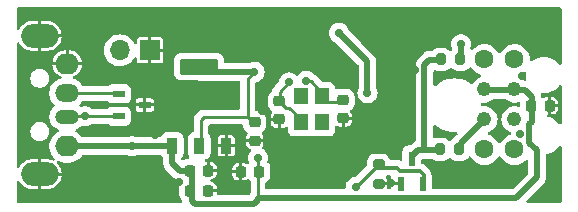
<source format=gbl>
G04 #@! TF.GenerationSoftware,KiCad,Pcbnew,8.0.3*
G04 #@! TF.CreationDate,2024-07-26T08:12:38+02:00*
G04 #@! TF.ProjectId,Midi Stick,4d696469-2053-4746-9963-6b2e6b696361,1.3*
G04 #@! TF.SameCoordinates,Original*
G04 #@! TF.FileFunction,Copper,L2,Bot*
G04 #@! TF.FilePolarity,Positive*
%FSLAX46Y46*%
G04 Gerber Fmt 4.6, Leading zero omitted, Abs format (unit mm)*
G04 Created by KiCad (PCBNEW 8.0.3) date 2024-07-26 08:12:38*
%MOMM*%
%LPD*%
G01*
G04 APERTURE LIST*
G04 Aperture macros list*
%AMRoundRect*
0 Rectangle with rounded corners*
0 $1 Rounding radius*
0 $2 $3 $4 $5 $6 $7 $8 $9 X,Y pos of 4 corners*
0 Add a 4 corners polygon primitive as box body*
4,1,4,$2,$3,$4,$5,$6,$7,$8,$9,$2,$3,0*
0 Add four circle primitives for the rounded corners*
1,1,$1+$1,$2,$3*
1,1,$1+$1,$4,$5*
1,1,$1+$1,$6,$7*
1,1,$1+$1,$8,$9*
0 Add four rect primitives between the rounded corners*
20,1,$1+$1,$2,$3,$4,$5,0*
20,1,$1+$1,$4,$5,$6,$7,0*
20,1,$1+$1,$6,$7,$8,$9,0*
20,1,$1+$1,$8,$9,$2,$3,0*%
G04 Aperture macros list end*
G04 #@! TA.AperFunction,ComponentPad*
%ADD10R,1.700000X1.700000*%
G04 #@! TD*
G04 #@! TA.AperFunction,ComponentPad*
%ADD11O,1.700000X1.700000*%
G04 #@! TD*
G04 #@! TA.AperFunction,ComponentPad*
%ADD12C,1.600000*%
G04 #@! TD*
G04 #@! TA.AperFunction,ComponentPad*
%ADD13C,1.219200*%
G04 #@! TD*
G04 #@! TA.AperFunction,ComponentPad*
%ADD14O,2.000000X1.750000*%
G04 #@! TD*
G04 #@! TA.AperFunction,ComponentPad*
%ADD15O,2.000000X1.250000*%
G04 #@! TD*
G04 #@! TA.AperFunction,ComponentPad*
%ADD16O,2.000000X1.500000*%
G04 #@! TD*
G04 #@! TA.AperFunction,ComponentPad*
%ADD17O,3.200000X2.000000*%
G04 #@! TD*
G04 #@! TA.AperFunction,SMDPad,CuDef*
%ADD18R,1.050000X0.600000*%
G04 #@! TD*
G04 #@! TA.AperFunction,SMDPad,CuDef*
%ADD19RoundRect,0.225000X0.250000X-0.225000X0.250000X0.225000X-0.250000X0.225000X-0.250000X-0.225000X0*%
G04 #@! TD*
G04 #@! TA.AperFunction,SMDPad,CuDef*
%ADD20RoundRect,0.200000X0.275000X-0.200000X0.275000X0.200000X-0.275000X0.200000X-0.275000X-0.200000X0*%
G04 #@! TD*
G04 #@! TA.AperFunction,SMDPad,CuDef*
%ADD21RoundRect,0.225000X0.225000X0.250000X-0.225000X0.250000X-0.225000X-0.250000X0.225000X-0.250000X0*%
G04 #@! TD*
G04 #@! TA.AperFunction,SMDPad,CuDef*
%ADD22RoundRect,0.200000X-0.200000X-0.275000X0.200000X-0.275000X0.200000X0.275000X-0.200000X0.275000X0*%
G04 #@! TD*
G04 #@! TA.AperFunction,SMDPad,CuDef*
%ADD23R,1.200000X1.400000*%
G04 #@! TD*
G04 #@! TA.AperFunction,SMDPad,CuDef*
%ADD24RoundRect,0.069750X0.395250X-0.585250X0.395250X0.585250X-0.395250X0.585250X-0.395250X-0.585250X0*%
G04 #@! TD*
G04 #@! TA.AperFunction,SMDPad,CuDef*
%ADD25RoundRect,0.098250X1.521750X-0.556750X1.521750X0.556750X-1.521750X0.556750X-1.521750X-0.556750X0*%
G04 #@! TD*
G04 #@! TA.AperFunction,SMDPad,CuDef*
%ADD26RoundRect,0.225000X-0.225000X-0.250000X0.225000X-0.250000X0.225000X0.250000X-0.225000X0.250000X0*%
G04 #@! TD*
G04 #@! TA.AperFunction,SMDPad,CuDef*
%ADD27RoundRect,0.073750X0.221250X-0.546250X0.221250X0.546250X-0.221250X0.546250X-0.221250X-0.546250X0*%
G04 #@! TD*
G04 #@! TA.AperFunction,ViaPad*
%ADD28C,0.700000*%
G04 #@! TD*
G04 #@! TA.AperFunction,ViaPad*
%ADD29C,1.270000*%
G04 #@! TD*
G04 #@! TA.AperFunction,Conductor*
%ADD30C,0.254000*%
G04 #@! TD*
G04 #@! TA.AperFunction,Conductor*
%ADD31C,0.500000*%
G04 #@! TD*
G04 #@! TA.AperFunction,Conductor*
%ADD32C,0.300000*%
G04 #@! TD*
G04 APERTURE END LIST*
D10*
X95666601Y-57876740D03*
D11*
X93126601Y-57876740D03*
D12*
X123992601Y-58652600D03*
D13*
X123992601Y-61192600D03*
X123992601Y-63732600D03*
D12*
X123992601Y-66272600D03*
X126532601Y-66272600D03*
D13*
X126532601Y-63732600D03*
X126532601Y-61192600D03*
D12*
X126532601Y-58652600D03*
D14*
X88650001Y-66002600D03*
D15*
X88650001Y-63502600D03*
D16*
X88650001Y-61502600D03*
D14*
X88650001Y-59002600D03*
D17*
X86332601Y-68352600D03*
X86332601Y-56652600D03*
D18*
X93032601Y-63452600D03*
X93032601Y-61552600D03*
X95232601Y-62502600D03*
D19*
X106632601Y-63727600D03*
X106632601Y-62177600D03*
D20*
X115032601Y-69177600D03*
X115032601Y-67527600D03*
D21*
X100607601Y-69752600D03*
X99057601Y-69752600D03*
D19*
X112032601Y-63627600D03*
X112032601Y-62077600D03*
D22*
X120207601Y-66252600D03*
X121857601Y-66252600D03*
D23*
X108452601Y-63952600D03*
X108452601Y-61752600D03*
X110212601Y-61752600D03*
X110212601Y-63952600D03*
D21*
X100607601Y-68052600D03*
X99057601Y-68052600D03*
D22*
X120307601Y-58652600D03*
X121957601Y-58652600D03*
D19*
X104532601Y-65527600D03*
X104532601Y-63977600D03*
D21*
X129507601Y-62552600D03*
X127957601Y-62552600D03*
D24*
X102132601Y-65952600D03*
X99842601Y-65952600D03*
X97552601Y-65952600D03*
D25*
X99842601Y-59262600D03*
D26*
X103357601Y-68152600D03*
X104907601Y-68152600D03*
D27*
X118782601Y-69162600D03*
X116882601Y-69162600D03*
X117832601Y-67052600D03*
D28*
X130182600Y-61452600D03*
X127182600Y-60052600D03*
X89132641Y-55052560D03*
X98132651Y-57052560D03*
X122582600Y-59952600D03*
X129132661Y-55052560D03*
X91132641Y-59052560D03*
X117582600Y-61352600D03*
X96132641Y-69052560D03*
X130182600Y-63552600D03*
X112282600Y-68652600D03*
X96132641Y-65052560D03*
X124132661Y-69052560D03*
X97132651Y-59052560D03*
X120082600Y-64852600D03*
X91132641Y-67052560D03*
X125282600Y-64852600D03*
X117682600Y-56152600D03*
X120132661Y-57052560D03*
D29*
X109890601Y-55010600D03*
D28*
X117582600Y-63152600D03*
X120132661Y-69052560D03*
X85132641Y-59052560D03*
X105132651Y-63052560D03*
X128132661Y-57052560D03*
X126132661Y-57052560D03*
X119982600Y-59952600D03*
X94132641Y-69052560D03*
X115282600Y-59552600D03*
X98132651Y-69052560D03*
X130132661Y-57052560D03*
X95132641Y-67052560D03*
X85132641Y-55052560D03*
X97132651Y-63052560D03*
X122132661Y-69052560D03*
X130132661Y-69052560D03*
X127132661Y-55052560D03*
X90132641Y-57052560D03*
X125132661Y-55052560D03*
X90132641Y-69052560D03*
X123132661Y-55052560D03*
X126132661Y-69052560D03*
X111482600Y-60552600D03*
X117582600Y-64752600D03*
X103132651Y-55052560D03*
X126982600Y-64952600D03*
X113132651Y-63052560D03*
X85132641Y-63052560D03*
X115182600Y-64352600D03*
X106982600Y-64852600D03*
X121132661Y-55052560D03*
X91132641Y-55052560D03*
X118082600Y-59552600D03*
X116113601Y-69117160D03*
X94142601Y-66003600D03*
X104810601Y-66981600D03*
X104518601Y-59709600D03*
X111668601Y-56407600D03*
X114081601Y-61487600D03*
X108915601Y-60465800D03*
X107421601Y-60598600D03*
X90182600Y-63453600D03*
X113082600Y-69452600D03*
X122005661Y-57369420D03*
D30*
X116113601Y-69117160D02*
X116116161Y-69114600D01*
X116116161Y-69114600D02*
X116941601Y-69114600D01*
D31*
X128036601Y-63915600D02*
X128036601Y-62503600D01*
X99207601Y-69742600D02*
X99207601Y-68091600D01*
X104810601Y-70377600D02*
X126695121Y-70377600D01*
X98206601Y-68091600D02*
X99207601Y-68091600D01*
X127797601Y-64154600D02*
X128036601Y-63915600D01*
X127797601Y-65693600D02*
X127797601Y-64154600D01*
X127797601Y-65693600D02*
X128432601Y-66328600D01*
X104484231Y-70885600D02*
X104810601Y-70559220D01*
X127416601Y-61233600D02*
X128036601Y-61853600D01*
X104810601Y-70559220D02*
X104810601Y-70377600D01*
D30*
X104810601Y-70377600D02*
X104810601Y-66981600D01*
D31*
X94142601Y-66003600D02*
X97109601Y-66003600D01*
X123860601Y-61233600D02*
X123987601Y-61233600D01*
X123987601Y-61233600D02*
X126527601Y-61233600D01*
X128432601Y-68640120D02*
X128432601Y-66328600D01*
X99207601Y-70616600D02*
X99476601Y-70885600D01*
X99207601Y-70616600D02*
X99207601Y-69742600D01*
X126695121Y-70377600D02*
X128432601Y-68640120D01*
X128036601Y-62503600D02*
X128036601Y-61853600D01*
X99476601Y-70885600D02*
X104484231Y-70885600D01*
X88887601Y-66003600D02*
X94142601Y-66003600D01*
X126527601Y-61233600D02*
X127416601Y-61233600D01*
X97557601Y-67442600D02*
X98206601Y-68091600D01*
X97557601Y-67442600D02*
X97557601Y-65555600D01*
D30*
X97109601Y-66003600D02*
X97557601Y-65555600D01*
X99984601Y-65428600D02*
X99984601Y-63773600D01*
X99857601Y-65555600D02*
X99984601Y-65428600D01*
D31*
X111668601Y-56407600D02*
X114081601Y-58820600D01*
X104514601Y-59705600D02*
X104518601Y-59709600D01*
D30*
X103936601Y-63519600D02*
X103936601Y-60291600D01*
X99984601Y-63773600D02*
X100238601Y-63519600D01*
X103936601Y-63519600D02*
X104556601Y-64139600D01*
D31*
X99857601Y-59705600D02*
X104514601Y-59705600D01*
D30*
X100238601Y-63519600D02*
X103936601Y-63519600D01*
X103936601Y-60291600D02*
X104518601Y-59709600D01*
D31*
X114081601Y-58820600D02*
X114081601Y-61487600D01*
D30*
X110111601Y-61784600D02*
X110561601Y-62234600D01*
X109288761Y-60465800D02*
X110359581Y-61536620D01*
X110561601Y-62234600D02*
X111978601Y-62234600D01*
X108915601Y-60465800D02*
X109288761Y-60465800D01*
X110111601Y-61784600D02*
X110359581Y-61536620D01*
X106644601Y-62234600D02*
X107167601Y-62757600D01*
X106644601Y-62234600D02*
X106644601Y-61375600D01*
X107477601Y-62757600D02*
X108511601Y-63791600D01*
X107167601Y-62757600D02*
X107477601Y-62757600D01*
X108511601Y-63984600D02*
X108511601Y-63791600D01*
X106644601Y-61375600D02*
X107421601Y-60598600D01*
X88887601Y-63503600D02*
X88937601Y-63453600D01*
X88937601Y-63453600D02*
X92992601Y-63453600D01*
X92942601Y-61503600D02*
X92992601Y-61553600D01*
X88887601Y-61503600D02*
X92942601Y-61503600D01*
X114712600Y-67822600D02*
X115097601Y-67822600D01*
D32*
X115097601Y-67822600D02*
X116606601Y-67822600D01*
X116606601Y-67822600D02*
X116875601Y-68091600D01*
D30*
X113082600Y-69452600D02*
X114712600Y-67822600D01*
D32*
X116875601Y-68091600D02*
X118526601Y-68091600D01*
X118841601Y-69114600D02*
X118841601Y-68406600D01*
X118526601Y-68091600D02*
X118841601Y-68406600D01*
D31*
X118907601Y-66328600D02*
X118907601Y-59095750D01*
X118377601Y-66328600D02*
X118907601Y-66328600D01*
X119309751Y-58693600D02*
X120177601Y-58693600D01*
X117891601Y-66814600D02*
X118377601Y-66328600D01*
X118907601Y-59095750D02*
X119309751Y-58693600D01*
X118907601Y-66328600D02*
X120177601Y-66328600D01*
X122027601Y-65733600D02*
X123987601Y-63773600D01*
X122027601Y-66328600D02*
X122027601Y-65733600D01*
X121955601Y-58621600D02*
X122027601Y-58693600D01*
X122005661Y-57369420D02*
X122027601Y-57391360D01*
X122027601Y-58693600D02*
X122027601Y-57391360D01*
G04 #@! TA.AperFunction,Conductor*
G36*
X93761294Y-66764819D02*
G01*
X93878334Y-66816929D01*
X94053210Y-66854100D01*
X94053211Y-66854100D01*
X94231990Y-66854100D01*
X94231992Y-66854100D01*
X94406868Y-66816929D01*
X94523907Y-66764819D01*
X94574342Y-66754100D01*
X96546836Y-66754100D01*
X96613875Y-66773785D01*
X96653412Y-66819413D01*
X96655174Y-66818397D01*
X96659235Y-66825431D01*
X96659236Y-66825432D01*
X96659238Y-66825436D01*
X96750644Y-66944557D01*
X96758587Y-66950652D01*
X96799789Y-67007076D01*
X96807101Y-67049027D01*
X96807101Y-67516518D01*
X96807101Y-67516520D01*
X96807100Y-67516520D01*
X96835941Y-67661507D01*
X96835944Y-67661517D01*
X96892515Y-67798092D01*
X96892516Y-67798094D01*
X96892517Y-67798095D01*
X96918208Y-67836545D01*
X96925413Y-67847327D01*
X96925414Y-67847330D01*
X96974647Y-67921014D01*
X96974653Y-67921021D01*
X97623650Y-68570016D01*
X97728185Y-68674551D01*
X97728188Y-68674553D01*
X97728189Y-68674554D01*
X97851095Y-68756677D01*
X97851099Y-68756679D01*
X97851106Y-68756684D01*
X97900395Y-68777100D01*
X97987689Y-68813259D01*
X98103842Y-68836363D01*
X98123069Y-68840187D01*
X98132682Y-68842100D01*
X98132683Y-68842100D01*
X98132684Y-68842100D01*
X98167727Y-68842100D01*
X98234766Y-68861785D01*
X98280521Y-68914589D01*
X98290465Y-68983747D01*
X98263292Y-69043245D01*
X98264111Y-69043893D01*
X98261474Y-69047226D01*
X98261440Y-69047303D01*
X98261271Y-69047483D01*
X98259630Y-69049559D01*
X98170602Y-69193894D01*
X98170597Y-69193905D01*
X98117252Y-69354890D01*
X98107101Y-69454247D01*
X98107101Y-70050937D01*
X98107102Y-70050955D01*
X98117251Y-70150307D01*
X98117252Y-70150310D01*
X98170597Y-70311294D01*
X98170602Y-70311305D01*
X98259630Y-70455640D01*
X98259633Y-70455644D01*
X98358408Y-70554419D01*
X98391893Y-70615742D01*
X98386909Y-70685434D01*
X98345037Y-70741367D01*
X98279573Y-70765784D01*
X98270727Y-70766100D01*
X84512101Y-70766100D01*
X84445062Y-70746415D01*
X84399307Y-70693611D01*
X84388101Y-70642100D01*
X84388101Y-68992540D01*
X84407786Y-68925501D01*
X84460590Y-68879746D01*
X84529748Y-68869802D01*
X84593304Y-68898827D01*
X84622586Y-68936245D01*
X84660086Y-69009842D01*
X84776097Y-69169519D01*
X84776101Y-69169524D01*
X84915676Y-69309099D01*
X84915681Y-69309103D01*
X85075358Y-69425114D01*
X85251227Y-69514726D01*
X85438954Y-69575723D01*
X85633904Y-69606600D01*
X86205601Y-69606600D01*
X86205601Y-68852600D01*
X86459601Y-68852600D01*
X86459601Y-69606600D01*
X87031298Y-69606600D01*
X87226247Y-69575723D01*
X87413974Y-69514726D01*
X87589843Y-69425114D01*
X87749520Y-69309103D01*
X87749525Y-69309099D01*
X87889100Y-69169524D01*
X87889104Y-69169519D01*
X88005115Y-69009842D01*
X88094727Y-68833973D01*
X88155724Y-68646246D01*
X88182118Y-68479600D01*
X87566209Y-68479600D01*
X87582601Y-68418426D01*
X87582601Y-68286774D01*
X87566209Y-68225600D01*
X88182118Y-68225600D01*
X88155724Y-68058953D01*
X88094727Y-67871226D01*
X88005115Y-67695357D01*
X87889104Y-67535680D01*
X87889100Y-67535675D01*
X87803881Y-67450456D01*
X87770396Y-67389133D01*
X87775380Y-67319441D01*
X87817252Y-67263508D01*
X87882716Y-67239091D01*
X87947858Y-67252291D01*
X87996987Y-67277324D01*
X87996994Y-67277327D01*
X88099948Y-67310778D01*
X88202904Y-67344230D01*
X88416747Y-67378100D01*
X88416748Y-67378100D01*
X88883254Y-67378100D01*
X88883255Y-67378100D01*
X89097098Y-67344230D01*
X89303010Y-67277326D01*
X89495920Y-67179033D01*
X89671079Y-67051772D01*
X89824173Y-66898678D01*
X89892079Y-66805213D01*
X89947410Y-66762549D01*
X89992397Y-66754100D01*
X93710860Y-66754100D01*
X93761294Y-66764819D01*
G37*
G04 #@! TD.AperFunction*
G04 #@! TA.AperFunction,Conductor*
G36*
X130483232Y-66001269D02*
G01*
X130512710Y-66064616D01*
X130514101Y-66083139D01*
X130514101Y-70642100D01*
X130494416Y-70709139D01*
X130441612Y-70754894D01*
X130390101Y-70766100D01*
X127667351Y-70766100D01*
X127600312Y-70746415D01*
X127554557Y-70693611D01*
X127544613Y-70624453D01*
X127573638Y-70560897D01*
X127579670Y-70554419D01*
X129015548Y-69118541D01*
X129015553Y-69118536D01*
X129082762Y-69017949D01*
X129097685Y-68995615D01*
X129154259Y-68859033D01*
X129165878Y-68800621D01*
X129183101Y-68714040D01*
X129183101Y-66736580D01*
X129202786Y-66669541D01*
X129255590Y-66623786D01*
X129278154Y-66616006D01*
X129280138Y-66615529D01*
X129280145Y-66615529D01*
X129521593Y-66557562D01*
X129521594Y-66557562D01*
X129750997Y-66462541D01*
X129750998Y-66462540D01*
X129751001Y-66462539D01*
X129962719Y-66332797D01*
X130151535Y-66171534D01*
X130295811Y-66002607D01*
X130354317Y-65964414D01*
X130424185Y-65963915D01*
X130483232Y-66001269D01*
G37*
G04 #@! TD.AperFunction*
G04 #@! TA.AperFunction,Conductor*
G36*
X130457140Y-54260785D02*
G01*
X130502895Y-54313589D01*
X130514101Y-54365100D01*
X130514101Y-59002160D01*
X130494416Y-59069199D01*
X130441612Y-59114954D01*
X130372454Y-59124898D01*
X130308898Y-59095873D01*
X130284374Y-59066950D01*
X130274278Y-59050476D01*
X130274277Y-59050473D01*
X130202133Y-58966004D01*
X130117864Y-58867337D01*
X129982534Y-58751754D01*
X129934727Y-58710923D01*
X129934724Y-58710922D01*
X129729383Y-58585088D01*
X129506873Y-58492922D01*
X129272699Y-58436702D01*
X129032601Y-58417806D01*
X128792502Y-58436702D01*
X128558328Y-58492922D01*
X128335818Y-58585088D01*
X128130477Y-58710922D01*
X128130475Y-58710923D01*
X128039416Y-58788695D01*
X127975655Y-58817265D01*
X127906569Y-58806827D01*
X127854093Y-58760697D01*
X127834888Y-58693518D01*
X127835357Y-58683596D01*
X127838069Y-58652600D01*
X127838069Y-58652598D01*
X127829493Y-58554574D01*
X127818236Y-58425908D01*
X127759340Y-58206104D01*
X127663169Y-57999866D01*
X127532648Y-57813461D01*
X127532646Y-57813458D01*
X127371742Y-57652554D01*
X127185335Y-57522032D01*
X127185333Y-57522031D01*
X126979098Y-57425861D01*
X126979089Y-57425858D01*
X126759298Y-57366966D01*
X126759294Y-57366965D01*
X126759293Y-57366965D01*
X126759292Y-57366964D01*
X126759287Y-57366964D01*
X126532603Y-57347132D01*
X126532599Y-57347132D01*
X126305914Y-57366964D01*
X126305903Y-57366966D01*
X126086112Y-57425858D01*
X126086103Y-57425861D01*
X125879868Y-57522031D01*
X125879866Y-57522032D01*
X125693459Y-57652554D01*
X125532555Y-57813458D01*
X125402033Y-57999865D01*
X125402032Y-57999867D01*
X125374983Y-58057875D01*
X125328810Y-58110314D01*
X125261617Y-58129466D01*
X125194736Y-58109250D01*
X125150219Y-58057875D01*
X125146539Y-58049983D01*
X125123169Y-57999866D01*
X124992648Y-57813461D01*
X124992646Y-57813458D01*
X124831742Y-57652554D01*
X124645335Y-57522032D01*
X124645333Y-57522031D01*
X124439098Y-57425861D01*
X124439089Y-57425858D01*
X124219298Y-57366966D01*
X124219294Y-57366965D01*
X124219293Y-57366965D01*
X124219292Y-57366964D01*
X124219287Y-57366964D01*
X123992603Y-57347132D01*
X123992599Y-57347132D01*
X123765914Y-57366964D01*
X123765903Y-57366966D01*
X123546112Y-57425858D01*
X123546103Y-57425861D01*
X123339868Y-57522031D01*
X123339866Y-57522032D01*
X123153463Y-57652551D01*
X123006848Y-57799166D01*
X122945525Y-57832650D01*
X122875833Y-57827666D01*
X122819900Y-57785794D01*
X122795483Y-57720330D01*
X122801235Y-57673168D01*
X122842158Y-57547223D01*
X122860846Y-57369420D01*
X122842158Y-57191617D01*
X122786911Y-57021585D01*
X122697520Y-56866755D01*
X122650664Y-56814716D01*
X122577896Y-56733898D01*
X122577893Y-56733896D01*
X122577892Y-56733895D01*
X122577891Y-56733894D01*
X122433254Y-56628808D01*
X122269928Y-56556091D01*
X122269926Y-56556090D01*
X122126479Y-56525600D01*
X122095052Y-56518920D01*
X121916270Y-56518920D01*
X121885615Y-56525435D01*
X121741394Y-56556090D01*
X121741389Y-56556092D01*
X121578069Y-56628807D01*
X121433429Y-56733895D01*
X121313801Y-56866756D01*
X121224411Y-57021584D01*
X121224408Y-57021590D01*
X121169165Y-57191612D01*
X121169164Y-57191614D01*
X121150476Y-57369420D01*
X121169164Y-57547225D01*
X121169165Y-57547227D01*
X121224408Y-57717249D01*
X121224411Y-57717255D01*
X121251095Y-57763473D01*
X121267568Y-57831374D01*
X121244715Y-57897400D01*
X121231389Y-57913154D01*
X121220282Y-57924261D01*
X121158959Y-57957746D01*
X121089267Y-57952762D01*
X121044920Y-57924261D01*
X120942789Y-57822130D01*
X120930541Y-57814726D01*
X120797207Y-57734122D01*
X120634797Y-57683514D01*
X120634795Y-57683513D01*
X120634793Y-57683513D01*
X120585379Y-57679023D01*
X120564217Y-57677100D01*
X120050985Y-57677100D01*
X120031746Y-57678848D01*
X119980408Y-57683513D01*
X119817994Y-57734122D01*
X119672414Y-57822129D01*
X119630089Y-57864455D01*
X119587761Y-57906782D01*
X119526441Y-57940266D01*
X119500082Y-57943100D01*
X119235831Y-57943100D01*
X119090843Y-57971940D01*
X119090833Y-57971943D01*
X118954262Y-58028512D01*
X118954250Y-58028519D01*
X118912460Y-58056443D01*
X118912459Y-58056444D01*
X118831333Y-58110649D01*
X118324646Y-58617336D01*
X118291731Y-58666601D01*
X118291729Y-58666604D01*
X118242520Y-58740249D01*
X118242513Y-58740261D01*
X118185944Y-58876832D01*
X118185941Y-58876842D01*
X118157101Y-59021829D01*
X118157101Y-65524744D01*
X118137416Y-65591783D01*
X118084612Y-65637538D01*
X118080555Y-65639305D01*
X118022106Y-65663516D01*
X118022099Y-65663519D01*
X117985473Y-65687993D01*
X117985472Y-65687993D01*
X117899190Y-65745644D01*
X117899187Y-65745646D01*
X117749050Y-65895782D01*
X117687726Y-65929266D01*
X117661370Y-65932100D01*
X117573713Y-65932100D01*
X117461449Y-65946879D01*
X117461438Y-65946882D01*
X117321750Y-66004742D01*
X117201791Y-66096790D01*
X117109743Y-66216749D01*
X117051883Y-66356437D01*
X117051882Y-66356441D01*
X117037101Y-66468705D01*
X117037101Y-67111244D01*
X117017416Y-67178283D01*
X116964612Y-67224038D01*
X116895454Y-67233982D01*
X116865649Y-67225805D01*
X116796349Y-67197100D01*
X116796339Y-67197097D01*
X116670672Y-67172100D01*
X116670670Y-67172100D01*
X116084109Y-67172100D01*
X116017070Y-67152415D01*
X115971315Y-67099611D01*
X115965724Y-67084990D01*
X115951080Y-67037997D01*
X115951079Y-67037996D01*
X115951079Y-67037994D01*
X115863073Y-66892415D01*
X115863071Y-66892413D01*
X115863070Y-66892411D01*
X115742789Y-66772130D01*
X115597207Y-66684122D01*
X115550414Y-66669541D01*
X115434797Y-66633514D01*
X115434795Y-66633513D01*
X115434793Y-66633513D01*
X115385379Y-66629023D01*
X115364217Y-66627100D01*
X114700985Y-66627100D01*
X114681746Y-66628848D01*
X114630408Y-66633513D01*
X114467994Y-66684122D01*
X114322412Y-66772130D01*
X114202131Y-66892411D01*
X114114123Y-67037993D01*
X114063514Y-67200407D01*
X114057101Y-67270986D01*
X114057101Y-67539318D01*
X114037416Y-67606357D01*
X114020782Y-67626999D01*
X113082000Y-68565781D01*
X113020677Y-68599266D01*
X112994319Y-68602100D01*
X112993209Y-68602100D01*
X112962554Y-68608615D01*
X112818333Y-68639270D01*
X112818328Y-68639272D01*
X112655008Y-68711987D01*
X112510368Y-68817075D01*
X112390740Y-68949936D01*
X112301350Y-69104764D01*
X112301347Y-69104770D01*
X112246104Y-69274792D01*
X112246103Y-69274794D01*
X112232972Y-69399727D01*
X112227415Y-69452600D01*
X112231360Y-69490139D01*
X112218792Y-69558868D01*
X112171060Y-69609892D01*
X112108040Y-69627100D01*
X105562101Y-69627100D01*
X105495062Y-69607415D01*
X105449307Y-69554611D01*
X105438101Y-69503100D01*
X105438101Y-69135781D01*
X105457786Y-69068742D01*
X105497001Y-69030244D01*
X105585645Y-68975568D01*
X105705569Y-68855644D01*
X105794604Y-68711297D01*
X105847950Y-68550308D01*
X105858101Y-68450945D01*
X105858100Y-67854256D01*
X105857392Y-67847329D01*
X105847950Y-67754892D01*
X105847949Y-67754889D01*
X105820043Y-67670675D01*
X105794604Y-67593903D01*
X105794600Y-67593897D01*
X105794599Y-67593894D01*
X105705571Y-67449559D01*
X105705568Y-67449555D01*
X105644012Y-67387999D01*
X105610527Y-67326676D01*
X105613762Y-67262000D01*
X105618917Y-67246135D01*
X105647098Y-67159403D01*
X105665786Y-66981600D01*
X105647098Y-66803797D01*
X105608213Y-66684122D01*
X105591853Y-66633770D01*
X105591850Y-66633764D01*
X105591706Y-66633514D01*
X105502460Y-66478935D01*
X105438243Y-66407615D01*
X105382836Y-66346078D01*
X105382833Y-66346076D01*
X105382832Y-66346075D01*
X105382831Y-66346074D01*
X105238194Y-66240988D01*
X105212998Y-66229770D01*
X105159761Y-66184519D01*
X105139441Y-66117670D01*
X105158487Y-66050446D01*
X105164169Y-66042179D01*
X105207333Y-65984520D01*
X105255466Y-65855472D01*
X105255467Y-65855467D01*
X105261600Y-65798436D01*
X105261601Y-65798419D01*
X105261601Y-65654600D01*
X103803601Y-65654600D01*
X103803601Y-65798436D01*
X103809734Y-65855467D01*
X103809735Y-65855472D01*
X103857868Y-65984521D01*
X103857870Y-65984524D01*
X103940412Y-66094785D01*
X103940415Y-66094788D01*
X104050675Y-66177329D01*
X104134142Y-66208461D01*
X104190075Y-66250333D01*
X104214492Y-66315797D01*
X104199640Y-66384070D01*
X104182958Y-66407615D01*
X104118741Y-66478935D01*
X104029351Y-66633764D01*
X104029348Y-66633770D01*
X103974105Y-66803792D01*
X103974104Y-66803794D01*
X103955416Y-66981600D01*
X103974104Y-67159405D01*
X103974105Y-67159407D01*
X104029351Y-67329436D01*
X104041519Y-67350512D01*
X104057992Y-67418413D01*
X104035139Y-67484439D01*
X103980218Y-67527630D01*
X103910664Y-67534271D01*
X103859821Y-67511779D01*
X103814520Y-67477867D01*
X103814522Y-67477867D01*
X103685473Y-67429734D01*
X103685468Y-67429733D01*
X103628437Y-67423600D01*
X103484601Y-67423600D01*
X103484601Y-68881600D01*
X103628421Y-68881600D01*
X103628437Y-68881599D01*
X103685468Y-68875466D01*
X103685473Y-68875465D01*
X103814521Y-68827332D01*
X103895844Y-68766453D01*
X103961308Y-68742035D01*
X104029581Y-68756886D01*
X104075694Y-68800621D01*
X104109632Y-68855643D01*
X104146782Y-68892793D01*
X104180267Y-68954116D01*
X104183101Y-68980474D01*
X104183101Y-69928241D01*
X104163416Y-69995280D01*
X104162204Y-69997131D01*
X104145515Y-70022108D01*
X104130420Y-70058552D01*
X104086580Y-70112956D01*
X104020286Y-70135021D01*
X104015859Y-70135100D01*
X101435601Y-70135100D01*
X101368562Y-70115415D01*
X101322807Y-70062611D01*
X101311601Y-70011100D01*
X101311601Y-69879600D01*
X100604601Y-69879600D01*
X100537562Y-69859915D01*
X100491807Y-69807111D01*
X100480601Y-69755600D01*
X100480601Y-69749600D01*
X100500286Y-69682561D01*
X100553090Y-69636806D01*
X100604601Y-69625600D01*
X101311601Y-69625600D01*
X101311601Y-69456780D01*
X101311600Y-69456763D01*
X101305467Y-69399732D01*
X101305466Y-69399727D01*
X101257333Y-69270678D01*
X101257331Y-69270675D01*
X101174789Y-69160414D01*
X101174786Y-69160411D01*
X101064525Y-69077869D01*
X101064522Y-69077867D01*
X100935473Y-69029734D01*
X100935468Y-69029733D01*
X100899717Y-69025889D01*
X100835166Y-68999151D01*
X100795318Y-68941758D01*
X100792825Y-68871933D01*
X100828478Y-68811844D01*
X100890958Y-68780570D01*
X100899717Y-68779311D01*
X100935468Y-68775466D01*
X100935473Y-68775465D01*
X101064522Y-68727332D01*
X101064525Y-68727330D01*
X101174786Y-68644788D01*
X101174789Y-68644785D01*
X101257331Y-68534524D01*
X101257333Y-68534521D01*
X101289441Y-68448436D01*
X102653601Y-68448436D01*
X102659734Y-68505467D01*
X102659735Y-68505472D01*
X102707868Y-68634521D01*
X102707870Y-68634524D01*
X102790412Y-68744785D01*
X102790415Y-68744788D01*
X102900676Y-68827330D01*
X102900679Y-68827332D01*
X103029728Y-68875465D01*
X103029733Y-68875466D01*
X103086764Y-68881599D01*
X103086781Y-68881600D01*
X103230601Y-68881600D01*
X103230601Y-68279600D01*
X102653601Y-68279600D01*
X102653601Y-68448436D01*
X101289441Y-68448436D01*
X101305466Y-68405472D01*
X101305467Y-68405467D01*
X101311600Y-68348436D01*
X101311601Y-68348419D01*
X101311601Y-68179600D01*
X100604601Y-68179600D01*
X100537562Y-68159915D01*
X100491807Y-68107111D01*
X100480601Y-68055600D01*
X100480601Y-67925600D01*
X100734601Y-67925600D01*
X101311601Y-67925600D01*
X101311601Y-67856763D01*
X102653601Y-67856763D01*
X102653601Y-68025600D01*
X103230601Y-68025600D01*
X103230601Y-67423600D01*
X103086764Y-67423600D01*
X103029733Y-67429733D01*
X103029728Y-67429734D01*
X102900679Y-67477867D01*
X102900676Y-67477869D01*
X102790415Y-67560411D01*
X102790412Y-67560414D01*
X102707870Y-67670675D01*
X102707868Y-67670678D01*
X102659735Y-67799727D01*
X102659734Y-67799732D01*
X102653601Y-67856763D01*
X101311601Y-67856763D01*
X101311601Y-67756780D01*
X101311600Y-67756763D01*
X101305467Y-67699732D01*
X101305466Y-67699727D01*
X101257333Y-67570678D01*
X101257331Y-67570675D01*
X101174789Y-67460414D01*
X101174786Y-67460411D01*
X101064525Y-67377869D01*
X101064522Y-67377867D01*
X100935473Y-67329734D01*
X100935468Y-67329733D01*
X100878437Y-67323600D01*
X100734601Y-67323600D01*
X100734601Y-67925600D01*
X100480601Y-67925600D01*
X100480601Y-67323600D01*
X100454409Y-67323600D01*
X100387370Y-67303915D01*
X100341615Y-67251111D01*
X100331671Y-67181953D01*
X100360696Y-67118397D01*
X100406957Y-67085039D01*
X100525432Y-67035965D01*
X100525433Y-67035965D01*
X100525433Y-67035964D01*
X100525437Y-67035963D01*
X100644558Y-66944557D01*
X100735964Y-66825436D01*
X100793424Y-66686715D01*
X100808029Y-66575775D01*
X101413601Y-66575775D01*
X101413602Y-66575791D01*
X101419808Y-66622933D01*
X101419808Y-66622935D01*
X101468059Y-66726409D01*
X101548791Y-66807141D01*
X101652266Y-66855392D01*
X101699409Y-66861598D01*
X101699426Y-66861600D01*
X102005601Y-66861600D01*
X102259601Y-66861600D01*
X102565776Y-66861600D01*
X102565792Y-66861598D01*
X102612934Y-66855392D01*
X102612936Y-66855392D01*
X102716410Y-66807141D01*
X102797142Y-66726409D01*
X102845393Y-66622935D01*
X102845393Y-66622933D01*
X102851599Y-66575791D01*
X102851601Y-66575775D01*
X102851601Y-66079600D01*
X102259601Y-66079600D01*
X102259601Y-66861600D01*
X102005601Y-66861600D01*
X102005601Y-66079600D01*
X101413601Y-66079600D01*
X101413601Y-66575775D01*
X100808029Y-66575775D01*
X100808101Y-66575230D01*
X100808101Y-65329970D01*
X100808029Y-65329424D01*
X101413601Y-65329424D01*
X101413601Y-65825600D01*
X102005601Y-65825600D01*
X102259601Y-65825600D01*
X102851601Y-65825600D01*
X102851601Y-65329424D01*
X102851599Y-65329408D01*
X102845393Y-65282266D01*
X102845393Y-65282264D01*
X102797142Y-65178790D01*
X102716410Y-65098058D01*
X102612935Y-65049807D01*
X102565792Y-65043601D01*
X102565776Y-65043600D01*
X102259601Y-65043600D01*
X102259601Y-65825600D01*
X102005601Y-65825600D01*
X102005601Y-65043600D01*
X101699426Y-65043600D01*
X101699409Y-65043601D01*
X101652267Y-65049807D01*
X101652265Y-65049807D01*
X101548791Y-65098058D01*
X101468059Y-65178790D01*
X101419808Y-65282264D01*
X101419808Y-65282266D01*
X101413602Y-65329408D01*
X101413601Y-65329424D01*
X100808029Y-65329424D01*
X100804504Y-65302651D01*
X100799270Y-65262888D01*
X100793424Y-65218485D01*
X100735965Y-65079767D01*
X100735963Y-65079762D01*
X100639611Y-64954196D01*
X100641851Y-64952476D01*
X100614935Y-64903182D01*
X100612101Y-64876824D01*
X100612101Y-64271100D01*
X100631786Y-64204061D01*
X100684590Y-64158306D01*
X100736101Y-64147100D01*
X103434516Y-64147100D01*
X103501555Y-64166785D01*
X103547310Y-64219589D01*
X103557873Y-64258497D01*
X103561581Y-64294788D01*
X103567252Y-64350308D01*
X103567252Y-64350310D01*
X103620597Y-64511294D01*
X103620602Y-64511305D01*
X103709630Y-64655640D01*
X103709633Y-64655644D01*
X103829556Y-64775567D01*
X103829560Y-64775570D01*
X103884578Y-64809506D01*
X103931303Y-64861454D01*
X103942524Y-64930416D01*
X103918748Y-64989355D01*
X103857868Y-65070679D01*
X103809735Y-65199727D01*
X103809734Y-65199732D01*
X103803601Y-65256763D01*
X103803601Y-65400600D01*
X105261601Y-65400600D01*
X105261601Y-65256780D01*
X105261600Y-65256763D01*
X105255467Y-65199732D01*
X105255466Y-65199727D01*
X105207333Y-65070679D01*
X105146454Y-64989356D01*
X105122036Y-64923892D01*
X105136887Y-64855618D01*
X105180622Y-64809506D01*
X105235645Y-64775568D01*
X105355569Y-64655644D01*
X105444604Y-64511297D01*
X105497950Y-64350308D01*
X105508101Y-64250945D01*
X105508101Y-63998436D01*
X105903601Y-63998436D01*
X105909734Y-64055467D01*
X105909735Y-64055472D01*
X105957868Y-64184521D01*
X105957870Y-64184524D01*
X106040412Y-64294785D01*
X106040415Y-64294788D01*
X106150676Y-64377330D01*
X106150679Y-64377332D01*
X106279728Y-64425465D01*
X106279733Y-64425466D01*
X106336764Y-64431599D01*
X106336781Y-64431600D01*
X106505601Y-64431600D01*
X106505601Y-63854600D01*
X105903601Y-63854600D01*
X105903601Y-63998436D01*
X105508101Y-63998436D01*
X105508100Y-63704256D01*
X105497950Y-63604892D01*
X105444604Y-63443903D01*
X105444600Y-63443897D01*
X105444599Y-63443894D01*
X105355571Y-63299559D01*
X105355568Y-63299555D01*
X105235645Y-63179632D01*
X105235641Y-63179629D01*
X105091306Y-63090601D01*
X105091300Y-63090598D01*
X105091298Y-63090597D01*
X105012853Y-63064603D01*
X104930310Y-63037251D01*
X104830953Y-63027100D01*
X104830946Y-63027100D01*
X104688101Y-63027100D01*
X104621062Y-63007415D01*
X104575307Y-62954611D01*
X104564101Y-62903100D01*
X104564101Y-61904247D01*
X105657101Y-61904247D01*
X105657101Y-62450937D01*
X105657102Y-62450955D01*
X105667251Y-62550307D01*
X105667252Y-62550310D01*
X105720597Y-62711294D01*
X105720602Y-62711305D01*
X105809630Y-62855640D01*
X105809633Y-62855644D01*
X105929556Y-62975567D01*
X105929560Y-62975570D01*
X105984578Y-63009506D01*
X106031303Y-63061454D01*
X106042524Y-63130416D01*
X106018748Y-63189355D01*
X105957868Y-63270679D01*
X105909735Y-63399727D01*
X105909734Y-63399732D01*
X105903601Y-63456763D01*
X105903601Y-63600600D01*
X106635601Y-63600600D01*
X106702640Y-63620285D01*
X106748395Y-63673089D01*
X106759601Y-63724600D01*
X106759601Y-64431600D01*
X106928421Y-64431600D01*
X106928437Y-64431599D01*
X106985468Y-64425466D01*
X106985473Y-64425465D01*
X107114521Y-64377332D01*
X107153789Y-64347936D01*
X107219253Y-64323518D01*
X107287526Y-64338369D01*
X107336932Y-64387773D01*
X107352101Y-64447202D01*
X107352101Y-64700469D01*
X107352102Y-64700476D01*
X107358509Y-64760083D01*
X107408803Y-64894928D01*
X107408807Y-64894935D01*
X107495053Y-65010144D01*
X107495056Y-65010147D01*
X107610265Y-65096393D01*
X107610272Y-65096397D01*
X107745118Y-65146691D01*
X107745117Y-65146691D01*
X107752045Y-65147435D01*
X107804728Y-65153100D01*
X109100473Y-65153099D01*
X109160084Y-65146691D01*
X109289270Y-65098507D01*
X109358959Y-65093524D01*
X109375923Y-65098504D01*
X109505118Y-65146691D01*
X109564728Y-65153100D01*
X110860473Y-65153099D01*
X110920084Y-65146691D01*
X111054932Y-65096396D01*
X111170147Y-65010146D01*
X111256397Y-64894931D01*
X111306692Y-64760083D01*
X111313101Y-64700473D01*
X111313100Y-64347199D01*
X111332784Y-64280163D01*
X111385588Y-64234408D01*
X111454747Y-64224464D01*
X111511411Y-64247936D01*
X111550676Y-64277330D01*
X111550679Y-64277332D01*
X111679728Y-64325465D01*
X111679733Y-64325466D01*
X111736764Y-64331599D01*
X111736781Y-64331600D01*
X111905601Y-64331600D01*
X112159601Y-64331600D01*
X112328421Y-64331600D01*
X112328437Y-64331599D01*
X112385468Y-64325466D01*
X112385473Y-64325465D01*
X112514522Y-64277332D01*
X112514525Y-64277330D01*
X112624786Y-64194788D01*
X112624789Y-64194785D01*
X112707331Y-64084524D01*
X112707333Y-64084521D01*
X112755466Y-63955472D01*
X112755467Y-63955467D01*
X112761600Y-63898436D01*
X112761601Y-63898419D01*
X112761601Y-63754600D01*
X112159601Y-63754600D01*
X112159601Y-64331600D01*
X111905601Y-64331600D01*
X111905601Y-63624600D01*
X111925286Y-63557561D01*
X111978090Y-63511806D01*
X112029601Y-63500600D01*
X112761601Y-63500600D01*
X112761601Y-63356780D01*
X112761600Y-63356763D01*
X112755467Y-63299732D01*
X112755466Y-63299727D01*
X112707333Y-63170679D01*
X112646454Y-63089356D01*
X112622036Y-63023892D01*
X112636887Y-62955618D01*
X112680622Y-62909506D01*
X112735645Y-62875568D01*
X112855569Y-62755644D01*
X112944604Y-62611297D01*
X112997950Y-62450308D01*
X113008101Y-62350945D01*
X113008100Y-61804256D01*
X113005589Y-61779679D01*
X112997950Y-61704892D01*
X112997949Y-61704889D01*
X112977737Y-61643894D01*
X112944604Y-61543903D01*
X112944600Y-61543897D01*
X112944599Y-61543894D01*
X112855571Y-61399559D01*
X112855568Y-61399555D01*
X112735645Y-61279632D01*
X112735641Y-61279629D01*
X112591306Y-61190601D01*
X112591300Y-61190598D01*
X112591298Y-61190597D01*
X112488514Y-61156538D01*
X112430310Y-61137251D01*
X112330947Y-61127100D01*
X111734263Y-61127100D01*
X111734245Y-61127101D01*
X111634893Y-61137250D01*
X111634890Y-61137251D01*
X111476104Y-61189868D01*
X111406275Y-61192270D01*
X111346234Y-61156538D01*
X111315041Y-61094017D01*
X111313100Y-61072162D01*
X111313100Y-61004729D01*
X111313099Y-61004723D01*
X111308506Y-60961997D01*
X111306692Y-60945117D01*
X111296098Y-60916714D01*
X111256398Y-60810271D01*
X111256394Y-60810264D01*
X111170148Y-60695055D01*
X111170145Y-60695052D01*
X111054936Y-60608806D01*
X111054929Y-60608802D01*
X110920083Y-60558508D01*
X110920084Y-60558508D01*
X110860484Y-60552101D01*
X110860482Y-60552100D01*
X110860474Y-60552100D01*
X110860466Y-60552100D01*
X110313842Y-60552100D01*
X110246803Y-60532415D01*
X110226161Y-60515781D01*
X109688772Y-59978391D01*
X109688771Y-59978390D01*
X109665848Y-59963074D01*
X109650173Y-59952600D01*
X109589712Y-59912201D01*
X109585999Y-59909720D01*
X109585996Y-59909718D01*
X109585994Y-59909717D01*
X109569440Y-59902860D01*
X109524746Y-59871272D01*
X109487831Y-59830274D01*
X109343194Y-59725188D01*
X109179868Y-59652471D01*
X109179866Y-59652470D01*
X109039966Y-59622734D01*
X109004992Y-59615300D01*
X108826210Y-59615300D01*
X108796166Y-59621686D01*
X108651334Y-59652470D01*
X108651329Y-59652472D01*
X108488009Y-59725187D01*
X108343369Y-59830275D01*
X108223740Y-59963136D01*
X108219272Y-59970876D01*
X108168703Y-60019090D01*
X108100095Y-60032310D01*
X108035231Y-60006340D01*
X108019738Y-59991845D01*
X107993837Y-59963079D01*
X107993833Y-59963076D01*
X107993832Y-59963075D01*
X107993831Y-59963074D01*
X107849194Y-59857988D01*
X107685868Y-59785271D01*
X107685866Y-59785270D01*
X107558195Y-59758133D01*
X107510992Y-59748100D01*
X107332210Y-59748100D01*
X107301555Y-59754615D01*
X107157334Y-59785270D01*
X107157329Y-59785272D01*
X106994009Y-59857987D01*
X106849369Y-59963075D01*
X106729741Y-60095936D01*
X106640351Y-60250764D01*
X106640348Y-60250770D01*
X106585105Y-60420792D01*
X106585104Y-60420794D01*
X106574791Y-60518911D01*
X106548205Y-60583526D01*
X106539151Y-60593629D01*
X106244593Y-60888189D01*
X106216068Y-60916714D01*
X106157188Y-60975593D01*
X106088521Y-61078360D01*
X106088514Y-61078373D01*
X106079008Y-61101325D01*
X106079008Y-61101326D01*
X106041215Y-61192564D01*
X106041214Y-61192569D01*
X106024955Y-61274304D01*
X105992569Y-61336214D01*
X105968438Y-61355648D01*
X105929558Y-61379630D01*
X105809630Y-61499559D01*
X105720602Y-61643894D01*
X105720597Y-61643905D01*
X105667252Y-61804890D01*
X105657101Y-61904247D01*
X104564101Y-61904247D01*
X104564101Y-60669842D01*
X104583786Y-60602803D01*
X104636590Y-60557048D01*
X104662317Y-60548552D01*
X104782868Y-60522929D01*
X104946194Y-60450212D01*
X105090831Y-60345126D01*
X105093325Y-60342357D01*
X105116749Y-60316341D01*
X105210460Y-60212265D01*
X105299851Y-60057435D01*
X105355098Y-59887403D01*
X105373786Y-59709600D01*
X105355098Y-59531797D01*
X105319922Y-59423537D01*
X105299853Y-59361770D01*
X105299850Y-59361764D01*
X105294466Y-59352438D01*
X105210460Y-59206935D01*
X105159774Y-59150643D01*
X105090836Y-59074078D01*
X105090833Y-59074076D01*
X105090832Y-59074075D01*
X105090831Y-59074074D01*
X104946194Y-58968988D01*
X104782868Y-58896271D01*
X104782866Y-58896270D01*
X104646744Y-58867337D01*
X104607992Y-58859100D01*
X104429210Y-58859100D01*
X104398555Y-58865615D01*
X104254334Y-58896270D01*
X104146279Y-58944380D01*
X104095844Y-58955100D01*
X102087100Y-58955100D01*
X102020061Y-58935415D01*
X101974306Y-58882611D01*
X101963100Y-58831100D01*
X101963100Y-58666601D01*
X101947691Y-58549552D01*
X101947690Y-58549551D01*
X101947690Y-58549545D01*
X101887358Y-58403891D01*
X101887357Y-58403890D01*
X101887357Y-58403889D01*
X101840378Y-58342665D01*
X101791385Y-58278816D01*
X101696634Y-58206111D01*
X101666311Y-58182843D01*
X101593483Y-58152677D01*
X101520656Y-58122511D01*
X101403598Y-58107100D01*
X98281602Y-58107100D01*
X98164553Y-58122509D01*
X98164545Y-58122511D01*
X98018890Y-58182843D01*
X97893817Y-58278816D01*
X97797844Y-58403889D01*
X97737512Y-58549544D01*
X97737512Y-58549545D01*
X97722101Y-58666595D01*
X97722101Y-59858598D01*
X97737510Y-59975647D01*
X97737512Y-59975655D01*
X97797844Y-60121310D01*
X97838087Y-60173755D01*
X97893817Y-60246384D01*
X97967504Y-60302926D01*
X98018890Y-60342356D01*
X98018891Y-60342356D01*
X98018892Y-60342357D01*
X98164546Y-60402689D01*
X98281604Y-60418100D01*
X99591910Y-60418099D01*
X99632644Y-60426200D01*
X99632860Y-60425490D01*
X99638686Y-60427257D01*
X99638688Y-60427258D01*
X99638690Y-60427258D01*
X99638692Y-60427259D01*
X99783680Y-60456100D01*
X99783683Y-60456100D01*
X103185101Y-60456100D01*
X103252140Y-60475785D01*
X103297895Y-60528589D01*
X103309101Y-60580100D01*
X103309101Y-62768100D01*
X103289416Y-62835139D01*
X103236612Y-62880894D01*
X103185101Y-62892100D01*
X100176796Y-62892100D01*
X100055571Y-62916213D01*
X100055561Y-62916216D01*
X99941374Y-62963513D01*
X99941361Y-62963520D01*
X99838593Y-63032188D01*
X99838589Y-63032191D01*
X99643452Y-63227330D01*
X99584593Y-63286189D01*
X99558513Y-63312269D01*
X99497188Y-63373593D01*
X99428521Y-63476360D01*
X99428516Y-63476369D01*
X99421062Y-63494367D01*
X99381216Y-63590562D01*
X99381213Y-63590572D01*
X99370852Y-63642662D01*
X99357101Y-63711792D01*
X99357101Y-64704643D01*
X99337416Y-64771682D01*
X99284612Y-64817437D01*
X99280554Y-64819204D01*
X99159768Y-64869235D01*
X99159765Y-64869236D01*
X99159765Y-64869237D01*
X99126275Y-64894935D01*
X99040644Y-64960643D01*
X98949235Y-65079767D01*
X98949235Y-65079768D01*
X98891779Y-65218481D01*
X98891777Y-65218486D01*
X98877101Y-65329969D01*
X98877101Y-66575230D01*
X98891777Y-66686713D01*
X98891779Y-66686718D01*
X98949235Y-66825431D01*
X98949238Y-66825437D01*
X98989275Y-66877613D01*
X99014470Y-66942782D01*
X99000432Y-67011227D01*
X98951618Y-67061217D01*
X98890901Y-67077100D01*
X98784264Y-67077100D01*
X98784245Y-67077101D01*
X98684893Y-67087250D01*
X98684890Y-67087251D01*
X98523906Y-67140596D01*
X98523899Y-67140600D01*
X98497196Y-67157070D01*
X98429803Y-67175509D01*
X98363140Y-67154585D01*
X98318371Y-67100942D01*
X98308101Y-67051530D01*
X98308101Y-67041354D01*
X98327786Y-66974315D01*
X98349369Y-66950854D01*
X98348815Y-66950300D01*
X98354555Y-66944560D01*
X98354556Y-66944558D01*
X98354558Y-66944557D01*
X98445964Y-66825436D01*
X98503424Y-66686715D01*
X98518101Y-66575230D01*
X98518101Y-65329970D01*
X98514504Y-65302651D01*
X98509270Y-65262888D01*
X98503424Y-65218485D01*
X98445966Y-65079768D01*
X98445966Y-65079767D01*
X98444281Y-65077571D01*
X98354558Y-64960643D01*
X98235437Y-64869237D01*
X98235434Y-64869236D01*
X98235432Y-64869234D01*
X98096719Y-64811778D01*
X98096714Y-64811776D01*
X97985232Y-64797100D01*
X97985231Y-64797100D01*
X97119971Y-64797100D01*
X97119970Y-64797100D01*
X97008487Y-64811776D01*
X97008482Y-64811778D01*
X96869769Y-64869234D01*
X96869768Y-64869234D01*
X96750644Y-64960643D01*
X96659235Y-65079767D01*
X96659235Y-65079768D01*
X96619147Y-65176552D01*
X96575307Y-65230956D01*
X96509013Y-65253021D01*
X96504586Y-65253100D01*
X94574342Y-65253100D01*
X94523907Y-65242380D01*
X94406868Y-65190271D01*
X94406866Y-65190270D01*
X94279195Y-65163133D01*
X94231992Y-65153100D01*
X94053210Y-65153100D01*
X94022555Y-65159615D01*
X93878334Y-65190270D01*
X93761295Y-65242380D01*
X93710860Y-65253100D01*
X89993850Y-65253100D01*
X89926811Y-65233415D01*
X89893532Y-65201986D01*
X89893410Y-65201818D01*
X89824173Y-65106522D01*
X89671079Y-64953428D01*
X89495920Y-64826167D01*
X89481642Y-64818892D01*
X89411334Y-64783068D01*
X89360538Y-64735093D01*
X89343743Y-64667272D01*
X89366281Y-64601137D01*
X89420996Y-64557686D01*
X89429299Y-64554656D01*
X89457043Y-64545642D01*
X89614891Y-64465214D01*
X89758215Y-64361083D01*
X89816326Y-64302971D01*
X89877646Y-64269487D01*
X89929784Y-64269363D01*
X90093209Y-64304100D01*
X90093210Y-64304100D01*
X90271989Y-64304100D01*
X90271991Y-64304100D01*
X90446867Y-64266929D01*
X90610193Y-64194212D01*
X90718154Y-64115773D01*
X90733282Y-64104782D01*
X90799089Y-64081302D01*
X90806168Y-64081100D01*
X92069983Y-64081100D01*
X92137022Y-64100785D01*
X92144294Y-64105833D01*
X92150054Y-64110145D01*
X92150055Y-64110146D01*
X92249407Y-64184521D01*
X92265270Y-64196396D01*
X92265272Y-64196397D01*
X92400118Y-64246691D01*
X92400117Y-64246691D01*
X92407045Y-64247435D01*
X92459728Y-64253100D01*
X93605473Y-64253099D01*
X93665084Y-64246691D01*
X93799932Y-64196396D01*
X93915147Y-64110146D01*
X94001397Y-63994931D01*
X94051692Y-63860083D01*
X94058101Y-63800473D01*
X94058100Y-63104728D01*
X94051692Y-63045117D01*
X94050478Y-63041863D01*
X94001398Y-62910271D01*
X94001394Y-62910264D01*
X93939522Y-62827614D01*
X94453602Y-62827614D01*
X94468338Y-62901706D01*
X94468339Y-62901709D01*
X94524477Y-62985723D01*
X94608496Y-63041863D01*
X94608497Y-63041864D01*
X94682581Y-63056599D01*
X95105600Y-63056599D01*
X95359601Y-63056599D01*
X95782616Y-63056599D01*
X95856707Y-63041862D01*
X95856710Y-63041861D01*
X95940724Y-62985723D01*
X95996864Y-62901704D01*
X95996865Y-62901703D01*
X96011600Y-62827621D01*
X96011601Y-62827618D01*
X96011601Y-62629600D01*
X95359601Y-62629600D01*
X95359601Y-63056599D01*
X95105600Y-63056599D01*
X95105601Y-63056598D01*
X95105601Y-62629600D01*
X94453602Y-62629600D01*
X94453602Y-62827614D01*
X93939522Y-62827614D01*
X93915148Y-62795055D01*
X93915145Y-62795052D01*
X93799936Y-62708806D01*
X93799929Y-62708802D01*
X93665083Y-62658508D01*
X93665084Y-62658508D01*
X93605484Y-62652101D01*
X93605482Y-62652100D01*
X93605474Y-62652100D01*
X93605465Y-62652100D01*
X92459730Y-62652100D01*
X92459724Y-62652101D01*
X92400117Y-62658508D01*
X92265272Y-62708802D01*
X92265265Y-62708806D01*
X92142956Y-62800368D01*
X92140920Y-62797648D01*
X92094005Y-62823266D01*
X92067647Y-62826100D01*
X90806168Y-62826100D01*
X90739129Y-62806415D01*
X90733282Y-62802418D01*
X90610194Y-62712989D01*
X90610193Y-62712988D01*
X90446867Y-62640271D01*
X90446865Y-62640270D01*
X90313636Y-62611952D01*
X90271991Y-62603100D01*
X90093209Y-62603100D01*
X90062554Y-62609615D01*
X89918333Y-62640270D01*
X89918332Y-62640270D01*
X89881170Y-62656816D01*
X89811920Y-62666099D01*
X89757849Y-62643851D01*
X89741727Y-62632137D01*
X89699063Y-62576806D01*
X89693085Y-62507192D01*
X89725693Y-62445398D01*
X89726796Y-62444278D01*
X89853829Y-62317246D01*
X89951936Y-62182213D01*
X90007267Y-62139549D01*
X90052254Y-62131100D01*
X92028811Y-62131100D01*
X92095850Y-62150785D01*
X92128077Y-62180788D01*
X92135406Y-62190578D01*
X92150055Y-62210146D01*
X92150058Y-62210148D01*
X92265265Y-62296393D01*
X92265272Y-62296397D01*
X92400118Y-62346691D01*
X92400117Y-62346691D01*
X92407045Y-62347435D01*
X92459728Y-62353100D01*
X93605473Y-62353099D01*
X93665084Y-62346691D01*
X93799932Y-62296396D01*
X93915147Y-62210146D01*
X93939527Y-62177578D01*
X94453601Y-62177578D01*
X94453601Y-62375600D01*
X95105601Y-62375600D01*
X95359601Y-62375600D01*
X96011600Y-62375600D01*
X96011600Y-62177585D01*
X95996863Y-62103493D01*
X95996862Y-62103490D01*
X95940724Y-62019476D01*
X95856705Y-61963336D01*
X95856704Y-61963335D01*
X95782622Y-61948600D01*
X95359601Y-61948600D01*
X95359601Y-62375600D01*
X95105601Y-62375600D01*
X95105601Y-61948600D01*
X94682586Y-61948600D01*
X94608494Y-61963337D01*
X94608491Y-61963338D01*
X94524477Y-62019476D01*
X94468337Y-62103495D01*
X94468336Y-62103496D01*
X94453601Y-62177578D01*
X93939527Y-62177578D01*
X94001397Y-62094931D01*
X94051692Y-61960083D01*
X94058101Y-61900473D01*
X94058100Y-61204728D01*
X94051692Y-61145117D01*
X94048758Y-61137251D01*
X94001398Y-61010271D01*
X94001394Y-61010264D01*
X93915148Y-60895055D01*
X93915145Y-60895052D01*
X93799936Y-60808806D01*
X93799929Y-60808802D01*
X93665083Y-60758508D01*
X93665084Y-60758508D01*
X93605484Y-60752101D01*
X93605482Y-60752100D01*
X93605474Y-60752100D01*
X93605465Y-60752100D01*
X92459730Y-60752100D01*
X92459724Y-60752101D01*
X92400117Y-60758508D01*
X92265272Y-60808802D01*
X92265269Y-60808804D01*
X92208413Y-60851367D01*
X92142949Y-60875784D01*
X92134102Y-60876100D01*
X90053707Y-60876100D01*
X89986668Y-60856415D01*
X89953389Y-60824986D01*
X89942698Y-60810271D01*
X89853829Y-60687954D01*
X89714647Y-60548772D01*
X89555406Y-60433076D01*
X89553767Y-60432241D01*
X89380030Y-60343717D01*
X89203462Y-60286346D01*
X89145787Y-60246908D01*
X89118589Y-60182549D01*
X89130504Y-60113703D01*
X89177749Y-60062227D01*
X89203469Y-60050482D01*
X89208391Y-60048882D01*
X89366729Y-59968204D01*
X89510488Y-59863758D01*
X89510493Y-59863754D01*
X89636155Y-59738092D01*
X89636159Y-59738087D01*
X89740605Y-59594328D01*
X89821284Y-59435990D01*
X89876201Y-59266975D01*
X89897959Y-59129600D01*
X89133609Y-59129600D01*
X89150001Y-59068426D01*
X89150001Y-58936774D01*
X89133609Y-58875600D01*
X89897959Y-58875600D01*
X89876201Y-58738224D01*
X89821284Y-58569209D01*
X89740605Y-58410871D01*
X89636159Y-58267112D01*
X89636155Y-58267107D01*
X89510493Y-58141445D01*
X89510488Y-58141441D01*
X89366729Y-58036995D01*
X89208391Y-57956316D01*
X89039376Y-57901400D01*
X88883673Y-57876739D01*
X91770942Y-57876739D01*
X91770942Y-57876740D01*
X91791537Y-58112143D01*
X91791539Y-58112153D01*
X91852695Y-58340395D01*
X91852697Y-58340399D01*
X91852698Y-58340403D01*
X91927815Y-58501492D01*
X91952566Y-58554570D01*
X91952568Y-58554574D01*
X92051311Y-58695593D01*
X92088106Y-58748141D01*
X92255200Y-58915235D01*
X92312133Y-58955100D01*
X92448766Y-59050772D01*
X92448768Y-59050773D01*
X92448771Y-59050775D01*
X92662938Y-59150643D01*
X92662944Y-59150644D01*
X92662945Y-59150645D01*
X92717886Y-59165366D01*
X92891193Y-59211803D01*
X93079519Y-59228279D01*
X93126600Y-59232399D01*
X93126601Y-59232399D01*
X93126602Y-59232399D01*
X93165835Y-59228966D01*
X93362009Y-59211803D01*
X93590264Y-59150643D01*
X93804431Y-59050775D01*
X93998002Y-58915235D01*
X94165096Y-58748141D01*
X94300636Y-58554570D01*
X94326221Y-58499702D01*
X94372390Y-58447266D01*
X94439583Y-58428113D01*
X94506464Y-58448328D01*
X94551800Y-58501492D01*
X94562601Y-58552108D01*
X94562601Y-58751754D01*
X94577338Y-58825846D01*
X94577339Y-58825849D01*
X94633477Y-58909863D01*
X94717496Y-58966003D01*
X94717497Y-58966004D01*
X94791581Y-58980739D01*
X95539600Y-58980739D01*
X95539601Y-58980738D01*
X95539601Y-58360348D01*
X95600775Y-58376740D01*
X95732427Y-58376740D01*
X95793601Y-58360348D01*
X95793601Y-58980739D01*
X96541616Y-58980739D01*
X96615707Y-58966002D01*
X96615710Y-58966001D01*
X96699724Y-58909863D01*
X96755864Y-58825844D01*
X96755865Y-58825843D01*
X96770600Y-58751761D01*
X96770601Y-58751758D01*
X96770601Y-58003740D01*
X96150209Y-58003740D01*
X96166601Y-57942566D01*
X96166601Y-57810914D01*
X96150209Y-57749740D01*
X96770600Y-57749740D01*
X96770600Y-57001725D01*
X96755863Y-56927633D01*
X96755862Y-56927630D01*
X96699724Y-56843616D01*
X96615705Y-56787476D01*
X96615704Y-56787475D01*
X96541622Y-56772740D01*
X95793601Y-56772740D01*
X95793601Y-57393131D01*
X95732427Y-57376740D01*
X95600775Y-57376740D01*
X95539601Y-57393131D01*
X95539601Y-56772740D01*
X94791586Y-56772740D01*
X94717494Y-56787477D01*
X94717491Y-56787478D01*
X94633477Y-56843616D01*
X94577337Y-56927635D01*
X94577336Y-56927636D01*
X94562601Y-57001718D01*
X94562601Y-57201368D01*
X94542916Y-57268407D01*
X94490112Y-57314162D01*
X94420954Y-57324106D01*
X94357398Y-57295081D01*
X94326219Y-57253773D01*
X94300636Y-57198911D01*
X94300635Y-57198909D01*
X94165095Y-57005337D01*
X93998003Y-56838246D01*
X93997996Y-56838241D01*
X93804435Y-56702707D01*
X93804431Y-56702705D01*
X93804429Y-56702704D01*
X93590264Y-56602837D01*
X93590260Y-56602836D01*
X93590256Y-56602834D01*
X93362014Y-56541678D01*
X93362004Y-56541676D01*
X93126602Y-56521081D01*
X93126600Y-56521081D01*
X92891197Y-56541676D01*
X92891187Y-56541678D01*
X92662945Y-56602834D01*
X92662936Y-56602838D01*
X92448772Y-56702704D01*
X92448770Y-56702705D01*
X92255198Y-56838245D01*
X92088106Y-57005337D01*
X91952566Y-57198909D01*
X91952565Y-57198911D01*
X91852699Y-57413075D01*
X91852695Y-57413084D01*
X91791539Y-57641326D01*
X91791537Y-57641336D01*
X91770942Y-57876739D01*
X88883673Y-57876739D01*
X88863854Y-57873600D01*
X88777001Y-57873600D01*
X88777001Y-58518991D01*
X88715827Y-58502600D01*
X88584175Y-58502600D01*
X88523001Y-58518991D01*
X88523001Y-57873600D01*
X88436148Y-57873600D01*
X88260625Y-57901400D01*
X88091610Y-57956316D01*
X87933272Y-58036995D01*
X87789513Y-58141441D01*
X87789508Y-58141445D01*
X87663846Y-58267107D01*
X87663842Y-58267112D01*
X87559396Y-58410871D01*
X87478717Y-58569209D01*
X87423800Y-58738224D01*
X87402043Y-58875600D01*
X88166393Y-58875600D01*
X88150001Y-58936774D01*
X88150001Y-59068426D01*
X88166393Y-59129600D01*
X87402043Y-59129600D01*
X87423800Y-59266975D01*
X87478717Y-59435990D01*
X87559396Y-59594328D01*
X87663842Y-59738087D01*
X87663846Y-59738092D01*
X87789508Y-59863754D01*
X87789513Y-59863758D01*
X87933272Y-59968204D01*
X88091611Y-60048883D01*
X88096535Y-60050483D01*
X88154212Y-60089919D01*
X88181411Y-60154277D01*
X88169499Y-60223124D01*
X88122256Y-60274601D01*
X88096539Y-60286346D01*
X87919971Y-60343717D01*
X87744595Y-60433076D01*
X87685812Y-60475785D01*
X87585355Y-60548772D01*
X87585353Y-60548774D01*
X87585352Y-60548774D01*
X87446175Y-60687951D01*
X87446175Y-60687952D01*
X87446173Y-60687954D01*
X87405091Y-60744498D01*
X87330477Y-60847194D01*
X87241118Y-61022570D01*
X87180291Y-61209773D01*
X87149501Y-61404177D01*
X87149501Y-61601022D01*
X87180291Y-61795426D01*
X87241118Y-61982629D01*
X87302700Y-62103490D01*
X87330477Y-62158005D01*
X87446173Y-62317246D01*
X87446175Y-62317248D01*
X87573067Y-62444140D01*
X87606552Y-62505463D01*
X87601568Y-62575155D01*
X87559696Y-62631088D01*
X87558277Y-62632135D01*
X87541790Y-62644114D01*
X87541784Y-62644119D01*
X87416520Y-62769383D01*
X87416520Y-62769384D01*
X87416518Y-62769386D01*
X87392519Y-62802418D01*
X87312387Y-62912709D01*
X87231958Y-63070557D01*
X87231957Y-63070560D01*
X87177215Y-63239043D01*
X87162389Y-63332648D01*
X87149501Y-63414021D01*
X87149501Y-63591179D01*
X87157474Y-63641517D01*
X87177215Y-63766156D01*
X87231957Y-63934639D01*
X87231958Y-63934642D01*
X87287273Y-64043202D01*
X87312387Y-64092490D01*
X87416518Y-64235814D01*
X87541787Y-64361083D01*
X87685111Y-64465214D01*
X87842959Y-64545642D01*
X87870689Y-64554652D01*
X87928364Y-64594088D01*
X87955563Y-64658446D01*
X87943650Y-64727292D01*
X87896407Y-64778769D01*
X87888668Y-64783067D01*
X87804084Y-64826165D01*
X87744804Y-64869235D01*
X87628923Y-64953428D01*
X87628921Y-64953430D01*
X87628920Y-64953430D01*
X87475831Y-65106519D01*
X87475831Y-65106520D01*
X87475829Y-65106522D01*
X87441989Y-65153099D01*
X87348568Y-65281680D01*
X87250274Y-65474590D01*
X87250273Y-65474593D01*
X87183371Y-65680501D01*
X87149501Y-65894346D01*
X87149501Y-66110853D01*
X87183371Y-66324698D01*
X87250273Y-66530606D01*
X87250274Y-66530609D01*
X87328494Y-66684122D01*
X87348568Y-66723519D01*
X87475829Y-66898678D01*
X87475831Y-66898680D01*
X87581415Y-67004264D01*
X87614900Y-67065587D01*
X87609916Y-67135279D01*
X87568044Y-67191212D01*
X87502580Y-67215629D01*
X87437439Y-67202430D01*
X87413974Y-67190473D01*
X87226247Y-67129476D01*
X87031298Y-67098600D01*
X86459601Y-67098600D01*
X86459601Y-67852600D01*
X86205601Y-67852600D01*
X86205601Y-67098600D01*
X85633904Y-67098600D01*
X85438954Y-67129476D01*
X85251227Y-67190473D01*
X85075358Y-67280085D01*
X84915681Y-67396096D01*
X84915676Y-67396100D01*
X84776101Y-67535675D01*
X84776097Y-67535680D01*
X84660084Y-67695359D01*
X84622585Y-67768955D01*
X84574611Y-67819750D01*
X84506790Y-67836545D01*
X84440655Y-67814007D01*
X84397204Y-67759292D01*
X84388101Y-67712659D01*
X84388101Y-64673753D01*
X85532101Y-64673753D01*
X85532101Y-64831446D01*
X85562862Y-64986089D01*
X85562865Y-64986101D01*
X85623203Y-65131772D01*
X85623210Y-65131785D01*
X85710811Y-65262888D01*
X85710814Y-65262892D01*
X85822308Y-65374386D01*
X85822312Y-65374389D01*
X85953415Y-65461990D01*
X85953428Y-65461997D01*
X86099099Y-65522335D01*
X86099104Y-65522337D01*
X86247686Y-65551892D01*
X86253754Y-65553099D01*
X86253757Y-65553100D01*
X86253759Y-65553100D01*
X86411445Y-65553100D01*
X86411446Y-65553099D01*
X86566098Y-65522337D01*
X86711780Y-65461994D01*
X86842890Y-65374389D01*
X86954390Y-65262889D01*
X87041995Y-65131779D01*
X87102338Y-64986097D01*
X87133101Y-64831442D01*
X87133101Y-64673758D01*
X87133101Y-64673755D01*
X87133100Y-64673753D01*
X87124019Y-64628100D01*
X87102338Y-64519103D01*
X87099105Y-64511297D01*
X87041998Y-64373427D01*
X87041991Y-64373414D01*
X86954390Y-64242311D01*
X86954387Y-64242307D01*
X86842893Y-64130813D01*
X86842889Y-64130810D01*
X86711786Y-64043209D01*
X86711773Y-64043202D01*
X86566102Y-63982864D01*
X86566090Y-63982861D01*
X86411446Y-63952100D01*
X86411443Y-63952100D01*
X86253759Y-63952100D01*
X86253756Y-63952100D01*
X86099111Y-63982861D01*
X86099099Y-63982864D01*
X85953428Y-64043202D01*
X85953415Y-64043209D01*
X85822312Y-64130810D01*
X85822308Y-64130813D01*
X85710814Y-64242307D01*
X85710811Y-64242311D01*
X85623210Y-64373414D01*
X85623203Y-64373427D01*
X85562865Y-64519098D01*
X85562862Y-64519110D01*
X85532101Y-64673753D01*
X84388101Y-64673753D01*
X84388101Y-60173753D01*
X85532101Y-60173753D01*
X85532101Y-60331446D01*
X85562862Y-60486089D01*
X85562865Y-60486101D01*
X85623203Y-60631772D01*
X85623210Y-60631785D01*
X85710811Y-60762888D01*
X85710814Y-60762892D01*
X85822308Y-60874386D01*
X85822312Y-60874389D01*
X85953415Y-60961990D01*
X85953428Y-60961997D01*
X86099099Y-61022335D01*
X86099104Y-61022337D01*
X86253754Y-61053099D01*
X86253757Y-61053100D01*
X86253759Y-61053100D01*
X86411445Y-61053100D01*
X86411446Y-61053099D01*
X86566098Y-61022337D01*
X86711780Y-60961994D01*
X86842890Y-60874389D01*
X86954390Y-60762889D01*
X87041995Y-60631779D01*
X87051512Y-60608804D01*
X87072344Y-60558509D01*
X87102338Y-60486097D01*
X87133101Y-60331442D01*
X87133101Y-60173758D01*
X87133101Y-60173755D01*
X87133100Y-60173753D01*
X87125869Y-60137399D01*
X87102338Y-60019103D01*
X87102333Y-60019090D01*
X87041998Y-59873427D01*
X87041991Y-59873414D01*
X86954390Y-59742311D01*
X86954387Y-59742307D01*
X86842893Y-59630813D01*
X86842889Y-59630810D01*
X86711786Y-59543209D01*
X86711773Y-59543202D01*
X86566102Y-59482864D01*
X86566090Y-59482861D01*
X86411446Y-59452100D01*
X86411443Y-59452100D01*
X86253759Y-59452100D01*
X86253756Y-59452100D01*
X86099111Y-59482861D01*
X86099099Y-59482864D01*
X85953428Y-59543202D01*
X85953415Y-59543209D01*
X85822312Y-59630810D01*
X85822308Y-59630813D01*
X85710814Y-59742307D01*
X85710811Y-59742311D01*
X85623210Y-59873414D01*
X85623203Y-59873427D01*
X85562865Y-60019098D01*
X85562862Y-60019110D01*
X85532101Y-60173753D01*
X84388101Y-60173753D01*
X84388101Y-57292540D01*
X84407786Y-57225501D01*
X84460590Y-57179746D01*
X84529748Y-57169802D01*
X84593304Y-57198827D01*
X84622586Y-57236245D01*
X84660086Y-57309842D01*
X84776097Y-57469519D01*
X84776101Y-57469524D01*
X84915676Y-57609099D01*
X84915681Y-57609103D01*
X85075358Y-57725114D01*
X85251227Y-57814726D01*
X85438954Y-57875723D01*
X85633904Y-57906600D01*
X86205601Y-57906600D01*
X86205601Y-57152600D01*
X86459601Y-57152600D01*
X86459601Y-57906600D01*
X87031298Y-57906600D01*
X87226247Y-57875723D01*
X87413974Y-57814726D01*
X87589843Y-57725114D01*
X87749520Y-57609103D01*
X87749525Y-57609099D01*
X87889100Y-57469524D01*
X87889104Y-57469519D01*
X88005115Y-57309842D01*
X88094727Y-57133973D01*
X88155724Y-56946246D01*
X88182118Y-56779600D01*
X87566209Y-56779600D01*
X87582601Y-56718426D01*
X87582601Y-56586774D01*
X87566209Y-56525600D01*
X88182118Y-56525600D01*
X88163429Y-56407600D01*
X110813416Y-56407600D01*
X110832104Y-56585405D01*
X110832105Y-56585407D01*
X110887348Y-56755429D01*
X110887351Y-56755435D01*
X110976742Y-56910265D01*
X110992383Y-56927636D01*
X111096365Y-57043121D01*
X111096368Y-57043123D01*
X111096371Y-57043126D01*
X111241008Y-57148212D01*
X111404334Y-57220929D01*
X111404335Y-57220929D01*
X111410271Y-57223572D01*
X111409491Y-57225323D01*
X111449423Y-57249790D01*
X113294782Y-59095148D01*
X113328267Y-59156471D01*
X113331101Y-59182829D01*
X113331101Y-61053278D01*
X113314488Y-61115278D01*
X113300351Y-61139763D01*
X113245105Y-61309792D01*
X113245104Y-61309794D01*
X113226416Y-61487600D01*
X113245104Y-61665405D01*
X113245105Y-61665407D01*
X113300348Y-61835429D01*
X113300351Y-61835435D01*
X113389742Y-61990265D01*
X113393018Y-61993903D01*
X113509365Y-62123121D01*
X113509368Y-62123123D01*
X113509371Y-62123126D01*
X113654008Y-62228212D01*
X113817334Y-62300929D01*
X113992210Y-62338100D01*
X113992211Y-62338100D01*
X114170990Y-62338100D01*
X114170992Y-62338100D01*
X114345868Y-62300929D01*
X114509194Y-62228212D01*
X114653831Y-62123126D01*
X114671512Y-62103490D01*
X114679749Y-62094341D01*
X114773460Y-61990265D01*
X114862851Y-61835435D01*
X114918098Y-61665403D01*
X114936786Y-61487600D01*
X114918098Y-61309797D01*
X114862851Y-61139765D01*
X114861399Y-61137250D01*
X114848714Y-61115278D01*
X114832101Y-61053278D01*
X114832101Y-58746679D01*
X114803260Y-58601692D01*
X114803259Y-58601691D01*
X114803259Y-58601687D01*
X114796384Y-58585089D01*
X114746688Y-58465111D01*
X114746681Y-58465098D01*
X114664553Y-58342185D01*
X114662763Y-58340395D01*
X114560017Y-58237649D01*
X113543297Y-57220929D01*
X112503493Y-56181124D01*
X112473243Y-56131760D01*
X112449851Y-56059765D01*
X112449849Y-56059761D01*
X112412665Y-55995357D01*
X112360460Y-55904935D01*
X112240836Y-55772078D01*
X112240833Y-55772076D01*
X112240832Y-55772075D01*
X112240831Y-55772074D01*
X112096194Y-55666988D01*
X111932868Y-55594271D01*
X111932866Y-55594270D01*
X111805195Y-55567133D01*
X111757992Y-55557100D01*
X111579210Y-55557100D01*
X111548555Y-55563615D01*
X111404334Y-55594270D01*
X111404329Y-55594272D01*
X111241009Y-55666987D01*
X111096369Y-55772075D01*
X110976741Y-55904936D01*
X110887351Y-56059764D01*
X110887348Y-56059770D01*
X110832105Y-56229792D01*
X110832104Y-56229794D01*
X110813416Y-56407600D01*
X88163429Y-56407600D01*
X88155724Y-56358953D01*
X88094727Y-56171226D01*
X88005115Y-55995357D01*
X87889104Y-55835680D01*
X87889100Y-55835675D01*
X87749525Y-55696100D01*
X87749520Y-55696096D01*
X87589843Y-55580085D01*
X87413974Y-55490473D01*
X87226247Y-55429476D01*
X87031298Y-55398600D01*
X86459601Y-55398600D01*
X86459601Y-56152600D01*
X86205601Y-56152600D01*
X86205601Y-55398600D01*
X85633904Y-55398600D01*
X85438954Y-55429476D01*
X85251227Y-55490473D01*
X85075358Y-55580085D01*
X84915681Y-55696096D01*
X84915676Y-55696100D01*
X84776101Y-55835675D01*
X84776097Y-55835680D01*
X84660084Y-55995359D01*
X84622585Y-56068955D01*
X84574611Y-56119750D01*
X84506790Y-56136545D01*
X84440655Y-56114007D01*
X84397204Y-56059292D01*
X84388101Y-56012659D01*
X84388101Y-54365100D01*
X84407786Y-54298061D01*
X84460590Y-54252306D01*
X84512101Y-54241100D01*
X130390101Y-54241100D01*
X130457140Y-54260785D01*
G37*
G04 #@! TD.AperFunction*
G04 #@! TA.AperFunction,Conductor*
G36*
X116030140Y-68492785D02*
G01*
X116075895Y-68545589D01*
X116087101Y-68597100D01*
X116087101Y-69077869D01*
X116087102Y-69503100D01*
X116067418Y-69570139D01*
X116014614Y-69615894D01*
X115963102Y-69627100D01*
X115876051Y-69627100D01*
X115809012Y-69607415D01*
X115763257Y-69554611D01*
X115753313Y-69485453D01*
X115757997Y-69466286D01*
X115758725Y-69462952D01*
X115761601Y-69432290D01*
X115761601Y-69304600D01*
X115029601Y-69304600D01*
X114962562Y-69284915D01*
X114916807Y-69232111D01*
X114905601Y-69180600D01*
X114905601Y-69174600D01*
X114925286Y-69107561D01*
X114978090Y-69061806D01*
X115029601Y-69050600D01*
X115761601Y-69050600D01*
X115761601Y-68922909D01*
X115758725Y-68892247D01*
X115758723Y-68892235D01*
X115713523Y-68763065D01*
X115645380Y-68670733D01*
X115621410Y-68605104D01*
X115636726Y-68536934D01*
X115686466Y-68487866D01*
X115745151Y-68473100D01*
X115963101Y-68473100D01*
X116030140Y-68492785D01*
G37*
G04 #@! TD.AperFunction*
G04 #@! TA.AperFunction,Conductor*
G36*
X125330466Y-66815948D02*
G01*
X125374983Y-66867325D01*
X125402030Y-66925328D01*
X125402033Y-66925334D01*
X125532555Y-67111741D01*
X125693459Y-67272645D01*
X125700144Y-67277326D01*
X125879867Y-67403168D01*
X126086105Y-67499339D01*
X126305909Y-67558235D01*
X126467831Y-67572401D01*
X126532599Y-67578068D01*
X126532601Y-67578068D01*
X126532603Y-67578068D01*
X126589274Y-67573109D01*
X126759293Y-67558235D01*
X126979097Y-67499339D01*
X127185335Y-67403168D01*
X127371740Y-67272647D01*
X127420349Y-67224038D01*
X127470420Y-67173968D01*
X127531743Y-67140483D01*
X127601435Y-67145467D01*
X127657368Y-67187339D01*
X127681785Y-67252803D01*
X127682101Y-67261649D01*
X127682101Y-68277890D01*
X127662416Y-68344929D01*
X127645782Y-68365571D01*
X126420572Y-69590781D01*
X126359249Y-69624266D01*
X126332891Y-69627100D01*
X119702101Y-69627100D01*
X119635062Y-69607415D01*
X119589307Y-69554611D01*
X119578101Y-69503100D01*
X119578100Y-68578711D01*
X119563321Y-68466448D01*
X119563320Y-68466447D01*
X119563320Y-68466441D01*
X119534388Y-68396594D01*
X119505459Y-68326751D01*
X119505457Y-68326748D01*
X119505457Y-68326747D01*
X119500790Y-68320665D01*
X119477547Y-68269371D01*
X119467102Y-68216856D01*
X119418066Y-68098473D01*
X119418065Y-68098472D01*
X119418061Y-68098464D01*
X119390276Y-68056882D01*
X119390274Y-68056880D01*
X119389419Y-68055600D01*
X119346877Y-67991930D01*
X119346875Y-67991928D01*
X119346873Y-67991925D01*
X118941274Y-67586326D01*
X118917855Y-67570678D01*
X118834728Y-67515135D01*
X118826626Y-67511779D01*
X118716341Y-67466097D01*
X118716092Y-67466022D01*
X118715977Y-67465946D01*
X118710717Y-67463768D01*
X118711130Y-67462769D01*
X118657658Y-67427718D01*
X118629208Y-67363903D01*
X118628100Y-67347365D01*
X118628100Y-67203100D01*
X118647785Y-67136061D01*
X118700589Y-67090306D01*
X118752100Y-67079100D01*
X118833683Y-67079100D01*
X119531278Y-67079100D01*
X119595427Y-67096982D01*
X119717995Y-67171078D01*
X119880405Y-67221686D01*
X119950985Y-67228100D01*
X119950988Y-67228100D01*
X120464214Y-67228100D01*
X120464217Y-67228100D01*
X120534797Y-67221686D01*
X120697207Y-67171078D01*
X120842786Y-67083072D01*
X120889895Y-67035963D01*
X120944920Y-66980939D01*
X121006243Y-66947454D01*
X121075935Y-66952438D01*
X121120282Y-66980939D01*
X121222412Y-67083069D01*
X121222414Y-67083070D01*
X121222416Y-67083072D01*
X121367995Y-67171078D01*
X121530405Y-67221686D01*
X121600985Y-67228100D01*
X121600988Y-67228100D01*
X122114214Y-67228100D01*
X122114217Y-67228100D01*
X122184797Y-67221686D01*
X122347207Y-67171078D01*
X122492786Y-67083072D01*
X122613073Y-66962785D01*
X122643221Y-66912913D01*
X122694748Y-66865727D01*
X122763607Y-66853889D01*
X122827936Y-66881158D01*
X122858824Y-66920932D01*
X122859325Y-66920643D01*
X122861427Y-66924285D01*
X122861719Y-66924660D01*
X122862032Y-66925332D01*
X122862033Y-66925334D01*
X122992555Y-67111741D01*
X123153459Y-67272645D01*
X123160144Y-67277326D01*
X123339867Y-67403168D01*
X123546105Y-67499339D01*
X123765909Y-67558235D01*
X123927831Y-67572401D01*
X123992599Y-67578068D01*
X123992601Y-67578068D01*
X123992603Y-67578068D01*
X124049274Y-67573109D01*
X124219293Y-67558235D01*
X124439097Y-67499339D01*
X124645335Y-67403168D01*
X124831740Y-67272647D01*
X124992648Y-67111739D01*
X125123169Y-66925334D01*
X125150219Y-66867324D01*
X125196391Y-66814885D01*
X125263584Y-66795733D01*
X125330466Y-66815948D01*
G37*
G04 #@! TD.AperFunction*
G04 #@! TA.AperFunction,Conductor*
G36*
X125772059Y-62003785D02*
G01*
X125788558Y-62016463D01*
X125860749Y-62082273D01*
X125860751Y-62082275D01*
X126035663Y-62190576D01*
X126035664Y-62190576D01*
X126035667Y-62190578D01*
X126227506Y-62264897D01*
X126429735Y-62302700D01*
X126429737Y-62302700D01*
X126635465Y-62302700D01*
X126635467Y-62302700D01*
X126837696Y-62264897D01*
X126838305Y-62264660D01*
X126838614Y-62264634D01*
X126843207Y-62263328D01*
X126843462Y-62264226D01*
X126907926Y-62258796D01*
X126969667Y-62291504D01*
X127003924Y-62352399D01*
X127007101Y-62380286D01*
X127007101Y-62544913D01*
X126987416Y-62611952D01*
X126934612Y-62657707D01*
X126865454Y-62667651D01*
X126843219Y-62661827D01*
X126843207Y-62661872D01*
X126841086Y-62661268D01*
X126838320Y-62660544D01*
X126837710Y-62660308D01*
X126837705Y-62660306D01*
X126837696Y-62660303D01*
X126635467Y-62622500D01*
X126429735Y-62622500D01*
X126227506Y-62660303D01*
X126106189Y-62707301D01*
X126035669Y-62734621D01*
X126035663Y-62734623D01*
X125860752Y-62842923D01*
X125860747Y-62842927D01*
X125708713Y-62981523D01*
X125584730Y-63145705D01*
X125493032Y-63329859D01*
X125493028Y-63329869D01*
X125436727Y-63527750D01*
X125417745Y-63732600D01*
X125436727Y-63937449D01*
X125436727Y-63937451D01*
X125436728Y-63937454D01*
X125449648Y-63982863D01*
X125493028Y-64135330D01*
X125493032Y-64135340D01*
X125567231Y-64284351D01*
X125584731Y-64319496D01*
X125605145Y-64346528D01*
X125708713Y-64483676D01*
X125860747Y-64622272D01*
X125860752Y-64622276D01*
X126035663Y-64730576D01*
X126035664Y-64730576D01*
X126035667Y-64730578D01*
X126183374Y-64787800D01*
X126238774Y-64830372D01*
X126262365Y-64896139D01*
X126246654Y-64964219D01*
X126196630Y-65012998D01*
X126170673Y-65023201D01*
X126086109Y-65045859D01*
X126086103Y-65045861D01*
X125879868Y-65142031D01*
X125879866Y-65142032D01*
X125693459Y-65272554D01*
X125532555Y-65433458D01*
X125402033Y-65619865D01*
X125402032Y-65619867D01*
X125374983Y-65677875D01*
X125328810Y-65730314D01*
X125261617Y-65749466D01*
X125194736Y-65729250D01*
X125150219Y-65677875D01*
X125139366Y-65654600D01*
X125123169Y-65619866D01*
X124992648Y-65433461D01*
X124992646Y-65433458D01*
X124831742Y-65272554D01*
X124645335Y-65142032D01*
X124645333Y-65142031D01*
X124439098Y-65045861D01*
X124439089Y-65045858D01*
X124354529Y-65023201D01*
X124294868Y-64986836D01*
X124264339Y-64923989D01*
X124272634Y-64854614D01*
X124317119Y-64800736D01*
X124341823Y-64787801D01*
X124489535Y-64730578D01*
X124664452Y-64622274D01*
X124777626Y-64519103D01*
X124816488Y-64483676D01*
X124816490Y-64483674D01*
X124940471Y-64319496D01*
X125032173Y-64135332D01*
X125088474Y-63937454D01*
X125107457Y-63732600D01*
X125088474Y-63527746D01*
X125032173Y-63329868D01*
X125017167Y-63299732D01*
X124957363Y-63179629D01*
X124940471Y-63145704D01*
X124838196Y-63010269D01*
X124816488Y-62981523D01*
X124664454Y-62842927D01*
X124664449Y-62842923D01*
X124489538Y-62734623D01*
X124489532Y-62734621D01*
X124297696Y-62660303D01*
X124095467Y-62622500D01*
X123889735Y-62622500D01*
X123889733Y-62622500D01*
X123863686Y-62627369D01*
X123794171Y-62620337D01*
X123739493Y-62576839D01*
X123717169Y-62513592D01*
X123714724Y-62476303D01*
X123711477Y-62426765D01*
X123726733Y-62358583D01*
X123776431Y-62309472D01*
X123844791Y-62295026D01*
X123857993Y-62296766D01*
X123889735Y-62302700D01*
X123889736Y-62302700D01*
X124095465Y-62302700D01*
X124095467Y-62302700D01*
X124297696Y-62264897D01*
X124489535Y-62190578D01*
X124664452Y-62082274D01*
X124711037Y-62039806D01*
X124736644Y-62016463D01*
X124799448Y-61985846D01*
X124820182Y-61984100D01*
X125705020Y-61984100D01*
X125772059Y-62003785D01*
G37*
G04 #@! TD.AperFunction*
G04 #@! TA.AperFunction,Conductor*
G36*
X119863304Y-64190638D02*
G01*
X119863860Y-64191123D01*
X119914822Y-64235815D01*
X120041068Y-64346530D01*
X120246318Y-64483674D01*
X120289682Y-64512649D01*
X120557844Y-64644892D01*
X120557854Y-64644896D01*
X120721580Y-64700473D01*
X120840981Y-64741004D01*
X121134239Y-64799336D01*
X121155599Y-64800736D01*
X121432594Y-64818892D01*
X121432601Y-64818892D01*
X121432608Y-64818892D01*
X121583632Y-64808993D01*
X121651815Y-64824250D01*
X121700926Y-64873948D01*
X121715371Y-64942309D01*
X121690565Y-65007627D01*
X121679423Y-65020408D01*
X121444649Y-65255182D01*
X121421951Y-65289152D01*
X121374072Y-65329676D01*
X121374414Y-65330242D01*
X121370878Y-65332379D01*
X121369760Y-65333326D01*
X121368006Y-65334115D01*
X121222412Y-65422130D01*
X121222411Y-65422131D01*
X121120282Y-65524261D01*
X121058959Y-65557746D01*
X120989267Y-65552762D01*
X120944920Y-65524261D01*
X120842789Y-65422130D01*
X120807174Y-65400600D01*
X120697207Y-65334122D01*
X120534797Y-65283514D01*
X120534795Y-65283513D01*
X120534793Y-65283513D01*
X120485379Y-65279023D01*
X120464217Y-65277100D01*
X119950985Y-65277100D01*
X119898050Y-65281910D01*
X119880404Y-65283514D01*
X119818989Y-65302651D01*
X119749129Y-65303801D01*
X119689737Y-65266999D01*
X119659670Y-65203930D01*
X119658101Y-65184265D01*
X119658101Y-64284351D01*
X119677786Y-64217312D01*
X119730590Y-64171557D01*
X119799748Y-64161613D01*
X119863304Y-64190638D01*
G37*
G04 #@! TD.AperFunction*
G04 #@! TA.AperFunction,Conductor*
G36*
X130469276Y-60807607D02*
G01*
X130508302Y-60865562D01*
X130514101Y-60903039D01*
X130514101Y-64022060D01*
X130494416Y-64089099D01*
X130441612Y-64134854D01*
X130372454Y-64144798D01*
X130308898Y-64115773D01*
X130295811Y-64102592D01*
X130203863Y-63994935D01*
X130151535Y-63933666D01*
X129995585Y-63800473D01*
X129962721Y-63772404D01*
X129962716Y-63772400D01*
X129751000Y-63642660D01*
X129750997Y-63642658D01*
X129521595Y-63547638D01*
X129408663Y-63520525D01*
X129348071Y-63485734D01*
X129315908Y-63423707D01*
X129322384Y-63354138D01*
X129349930Y-63312269D01*
X129380599Y-63281600D01*
X129634601Y-63281600D01*
X129778421Y-63281600D01*
X129778437Y-63281599D01*
X129835468Y-63275466D01*
X129835473Y-63275465D01*
X129964522Y-63227332D01*
X129964525Y-63227330D01*
X130074786Y-63144788D01*
X130074789Y-63144785D01*
X130157331Y-63034524D01*
X130157333Y-63034521D01*
X130205466Y-62905472D01*
X130205467Y-62905467D01*
X130211600Y-62848436D01*
X130211601Y-62848419D01*
X130211601Y-62679600D01*
X129634601Y-62679600D01*
X129634601Y-63281600D01*
X129380599Y-63281600D01*
X129380601Y-63281598D01*
X129380601Y-62425600D01*
X129634601Y-62425600D01*
X130211601Y-62425600D01*
X130211601Y-62256780D01*
X130211600Y-62256763D01*
X130205467Y-62199732D01*
X130205466Y-62199727D01*
X130157333Y-62070678D01*
X130157331Y-62070675D01*
X130074789Y-61960414D01*
X130074786Y-61960411D01*
X129964525Y-61877869D01*
X129964522Y-61877867D01*
X129835473Y-61829734D01*
X129835468Y-61829733D01*
X129778437Y-61823600D01*
X129634601Y-61823600D01*
X129634601Y-62425600D01*
X129380601Y-62425600D01*
X129380601Y-61823600D01*
X129236764Y-61823600D01*
X129179733Y-61829733D01*
X129179728Y-61829734D01*
X129050679Y-61877867D01*
X129050677Y-61877869D01*
X128985411Y-61926727D01*
X128919947Y-61951144D01*
X128851674Y-61936292D01*
X128802269Y-61886887D01*
X128787101Y-61827460D01*
X128787101Y-61779679D01*
X128757071Y-61628713D01*
X128758456Y-61628437D01*
X128757890Y-61565685D01*
X128795133Y-61506569D01*
X128858424Y-61476971D01*
X128886902Y-61475927D01*
X129032601Y-61487394D01*
X129272696Y-61468498D01*
X129506878Y-61412276D01*
X129729383Y-61320111D01*
X129934730Y-61194274D01*
X130117864Y-61037863D01*
X130274275Y-60854729D01*
X130284373Y-60838249D01*
X130336183Y-60791375D01*
X130405113Y-60779951D01*
X130469276Y-60807607D01*
G37*
G04 #@! TD.AperFunction*
G04 #@! TA.AperFunction,Conductor*
G36*
X122896943Y-59357711D02*
G01*
X122908957Y-59372349D01*
X122992555Y-59491741D01*
X123153459Y-59652645D01*
X123200294Y-59685439D01*
X123339867Y-59783168D01*
X123546105Y-59879339D01*
X123546107Y-59879339D01*
X123546114Y-59879342D01*
X123603785Y-59894794D01*
X123630671Y-59901998D01*
X123690332Y-59938362D01*
X123720862Y-60001209D01*
X123712568Y-60070584D01*
X123668083Y-60124463D01*
X123643373Y-60137399D01*
X123495678Y-60194616D01*
X123495663Y-60194623D01*
X123320752Y-60302923D01*
X123320747Y-60302927D01*
X123168713Y-60441523D01*
X123044731Y-60605703D01*
X123009807Y-60675840D01*
X122962304Y-60727077D01*
X122894641Y-60744498D01*
X122828301Y-60722572D01*
X122824652Y-60719914D01*
X122575519Y-60553448D01*
X122307357Y-60421205D01*
X122307347Y-60421201D01*
X122024234Y-60325098D01*
X122024228Y-60325096D01*
X122024221Y-60325094D01*
X121730963Y-60266762D01*
X121730956Y-60266761D01*
X121730946Y-60266760D01*
X121432608Y-60247206D01*
X121432594Y-60247206D01*
X121134255Y-60266760D01*
X121134243Y-60266761D01*
X121134239Y-60266762D01*
X121134231Y-60266763D01*
X121134228Y-60266764D01*
X120840986Y-60325093D01*
X120840972Y-60325096D01*
X120557851Y-60421203D01*
X120557830Y-60421212D01*
X120289687Y-60553446D01*
X120289680Y-60553451D01*
X120041069Y-60719566D01*
X119863860Y-60874974D01*
X119800478Y-60904377D01*
X119731261Y-60894845D01*
X119678186Y-60849405D01*
X119658103Y-60782483D01*
X119658101Y-60781746D01*
X119658101Y-59689773D01*
X119677786Y-59622734D01*
X119730590Y-59576979D01*
X119799748Y-59567035D01*
X119818975Y-59571383D01*
X119980405Y-59621686D01*
X120050985Y-59628100D01*
X120050988Y-59628100D01*
X120564214Y-59628100D01*
X120564217Y-59628100D01*
X120634797Y-59621686D01*
X120797207Y-59571078D01*
X120942786Y-59483072D01*
X120989868Y-59435990D01*
X121044920Y-59380939D01*
X121106243Y-59347454D01*
X121175935Y-59352438D01*
X121220282Y-59380939D01*
X121322412Y-59483069D01*
X121322414Y-59483070D01*
X121322416Y-59483072D01*
X121467995Y-59571078D01*
X121630405Y-59621686D01*
X121700985Y-59628100D01*
X121700988Y-59628100D01*
X122214214Y-59628100D01*
X122214217Y-59628100D01*
X122284797Y-59621686D01*
X122447207Y-59571078D01*
X122592786Y-59483072D01*
X122652321Y-59423537D01*
X122718377Y-59357482D01*
X122720343Y-59359448D01*
X122766576Y-59326379D01*
X122836359Y-59322905D01*
X122896943Y-59357711D01*
G37*
G04 #@! TD.AperFunction*
G04 #@! TA.AperFunction,Conductor*
G36*
X127448747Y-59687217D02*
G01*
X127496560Y-59738165D01*
X127509515Y-59803838D01*
X127498938Y-59938235D01*
X127497807Y-59952600D01*
X127516703Y-60192695D01*
X127516704Y-60192699D01*
X127543818Y-60305642D01*
X127540327Y-60375424D01*
X127499663Y-60432241D01*
X127434736Y-60458054D01*
X127366161Y-60444668D01*
X127339706Y-60426225D01*
X127204454Y-60302927D01*
X127204449Y-60302923D01*
X127029538Y-60194623D01*
X127029532Y-60194620D01*
X126881828Y-60137400D01*
X126826427Y-60094827D01*
X126802836Y-60029060D01*
X126818547Y-59960980D01*
X126868571Y-59912201D01*
X126894525Y-59901999D01*
X126949002Y-59887403D01*
X126979087Y-59879342D01*
X126979090Y-59879340D01*
X126979097Y-59879339D01*
X127185335Y-59783168D01*
X127314775Y-59692533D01*
X127380980Y-59670207D01*
X127448747Y-59687217D01*
G37*
G04 #@! TD.AperFunction*
M02*

</source>
